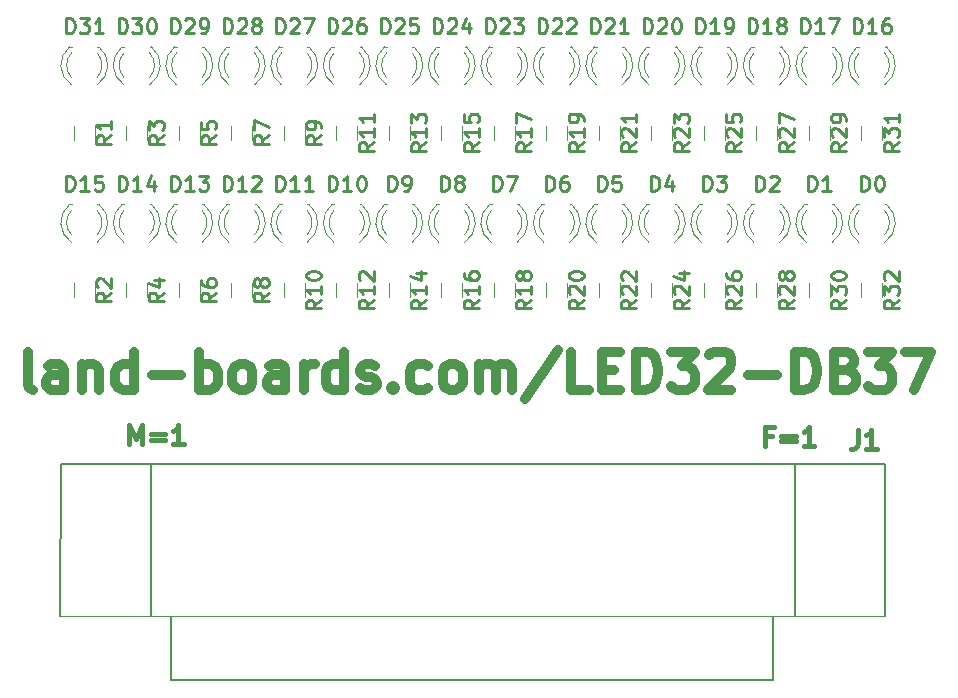
<source format=gbr>
%TF.GenerationSoftware,KiCad,Pcbnew,(6.0.1)*%
%TF.CreationDate,2022-06-22T13:59:59-04:00*%
%TF.ProjectId,LED32-DB37,4c454433-322d-4444-9233-372e6b696361,X1*%
%TF.SameCoordinates,Original*%
%TF.FileFunction,Legend,Top*%
%TF.FilePolarity,Positive*%
%FSLAX46Y46*%
G04 Gerber Fmt 4.6, Leading zero omitted, Abs format (unit mm)*
G04 Created by KiCad (PCBNEW (6.0.1)) date 2022-06-22 13:59:59*
%MOMM*%
%LPD*%
G01*
G04 APERTURE LIST*
%ADD10C,0.396875*%
%ADD11C,0.812500*%
%ADD12C,0.381000*%
%ADD13C,0.254000*%
%ADD14C,0.100000*%
%ADD15C,0.150000*%
%ADD16C,0.120000*%
G04 APERTURE END LIST*
D10*
X129943111Y-75832607D02*
X129413944Y-75832607D01*
X129413944Y-76664154D02*
X129413944Y-75076654D01*
X130169897Y-75076654D01*
X130774659Y-75832607D02*
X131984183Y-75832607D01*
X131984183Y-76286178D02*
X130774659Y-76286178D01*
X133571683Y-76664154D02*
X132664540Y-76664154D01*
X133118111Y-76664154D02*
X133118111Y-75076654D01*
X132966921Y-75303440D01*
X132815730Y-75454630D01*
X132664540Y-75530226D01*
X75565944Y-76537154D02*
X75565944Y-74949654D01*
X76095111Y-76083583D01*
X76624278Y-74949654D01*
X76624278Y-76537154D01*
X77380230Y-75705607D02*
X78589754Y-75705607D01*
X78589754Y-76159178D02*
X77380230Y-76159178D01*
X80177254Y-76537154D02*
X79270111Y-76537154D01*
X79723683Y-76537154D02*
X79723683Y-74949654D01*
X79572492Y-75176440D01*
X79421302Y-75327630D01*
X79270111Y-75403226D01*
D11*
X67421857Y-71955238D02*
X67112333Y-71800476D01*
X66957571Y-71490952D01*
X66957571Y-68705238D01*
X70052809Y-71955238D02*
X70052809Y-70252857D01*
X69898047Y-69943333D01*
X69588523Y-69788571D01*
X68969476Y-69788571D01*
X68659952Y-69943333D01*
X70052809Y-71800476D02*
X69743285Y-71955238D01*
X68969476Y-71955238D01*
X68659952Y-71800476D01*
X68505190Y-71490952D01*
X68505190Y-71181428D01*
X68659952Y-70871904D01*
X68969476Y-70717142D01*
X69743285Y-70717142D01*
X70052809Y-70562380D01*
X71600428Y-69788571D02*
X71600428Y-71955238D01*
X71600428Y-70098095D02*
X71755190Y-69943333D01*
X72064714Y-69788571D01*
X72528999Y-69788571D01*
X72838523Y-69943333D01*
X72993285Y-70252857D01*
X72993285Y-71955238D01*
X75933761Y-71955238D02*
X75933761Y-68705238D01*
X75933761Y-71800476D02*
X75624238Y-71955238D01*
X75005190Y-71955238D01*
X74695666Y-71800476D01*
X74540904Y-71645714D01*
X74386142Y-71336190D01*
X74386142Y-70407619D01*
X74540904Y-70098095D01*
X74695666Y-69943333D01*
X75005190Y-69788571D01*
X75624238Y-69788571D01*
X75933761Y-69943333D01*
X77481380Y-70717142D02*
X79957571Y-70717142D01*
X81505190Y-71955238D02*
X81505190Y-68705238D01*
X81505190Y-69943333D02*
X81814714Y-69788571D01*
X82433761Y-69788571D01*
X82743285Y-69943333D01*
X82898047Y-70098095D01*
X83052809Y-70407619D01*
X83052809Y-71336190D01*
X82898047Y-71645714D01*
X82743285Y-71800476D01*
X82433761Y-71955238D01*
X81814714Y-71955238D01*
X81505190Y-71800476D01*
X84909952Y-71955238D02*
X84600428Y-71800476D01*
X84445666Y-71645714D01*
X84290904Y-71336190D01*
X84290904Y-70407619D01*
X84445666Y-70098095D01*
X84600428Y-69943333D01*
X84909952Y-69788571D01*
X85374238Y-69788571D01*
X85683761Y-69943333D01*
X85838523Y-70098095D01*
X85993285Y-70407619D01*
X85993285Y-71336190D01*
X85838523Y-71645714D01*
X85683761Y-71800476D01*
X85374238Y-71955238D01*
X84909952Y-71955238D01*
X88779000Y-71955238D02*
X88779000Y-70252857D01*
X88624238Y-69943333D01*
X88314714Y-69788571D01*
X87695666Y-69788571D01*
X87386142Y-69943333D01*
X88779000Y-71800476D02*
X88469476Y-71955238D01*
X87695666Y-71955238D01*
X87386142Y-71800476D01*
X87231380Y-71490952D01*
X87231380Y-71181428D01*
X87386142Y-70871904D01*
X87695666Y-70717142D01*
X88469476Y-70717142D01*
X88779000Y-70562380D01*
X90326619Y-71955238D02*
X90326619Y-69788571D01*
X90326619Y-70407619D02*
X90481380Y-70098095D01*
X90636142Y-69943333D01*
X90945666Y-69788571D01*
X91255190Y-69788571D01*
X93731380Y-71955238D02*
X93731380Y-68705238D01*
X93731380Y-71800476D02*
X93421857Y-71955238D01*
X92802809Y-71955238D01*
X92493285Y-71800476D01*
X92338523Y-71645714D01*
X92183761Y-71336190D01*
X92183761Y-70407619D01*
X92338523Y-70098095D01*
X92493285Y-69943333D01*
X92802809Y-69788571D01*
X93421857Y-69788571D01*
X93731380Y-69943333D01*
X95124238Y-71800476D02*
X95433761Y-71955238D01*
X96052809Y-71955238D01*
X96362333Y-71800476D01*
X96517095Y-71490952D01*
X96517095Y-71336190D01*
X96362333Y-71026666D01*
X96052809Y-70871904D01*
X95588523Y-70871904D01*
X95278999Y-70717142D01*
X95124238Y-70407619D01*
X95124238Y-70252857D01*
X95278999Y-69943333D01*
X95588523Y-69788571D01*
X96052809Y-69788571D01*
X96362333Y-69943333D01*
X97909952Y-71645714D02*
X98064714Y-71800476D01*
X97909952Y-71955238D01*
X97755190Y-71800476D01*
X97909952Y-71645714D01*
X97909952Y-71955238D01*
X100850428Y-71800476D02*
X100540904Y-71955238D01*
X99921857Y-71955238D01*
X99612333Y-71800476D01*
X99457571Y-71645714D01*
X99302809Y-71336190D01*
X99302809Y-70407619D01*
X99457571Y-70098095D01*
X99612333Y-69943333D01*
X99921857Y-69788571D01*
X100540904Y-69788571D01*
X100850428Y-69943333D01*
X102707571Y-71955238D02*
X102398047Y-71800476D01*
X102243285Y-71645714D01*
X102088523Y-71336190D01*
X102088523Y-70407619D01*
X102243285Y-70098095D01*
X102398047Y-69943333D01*
X102707571Y-69788571D01*
X103171857Y-69788571D01*
X103481380Y-69943333D01*
X103636142Y-70098095D01*
X103790904Y-70407619D01*
X103790904Y-71336190D01*
X103636142Y-71645714D01*
X103481380Y-71800476D01*
X103171857Y-71955238D01*
X102707571Y-71955238D01*
X105183761Y-71955238D02*
X105183761Y-69788571D01*
X105183761Y-70098095D02*
X105338523Y-69943333D01*
X105648047Y-69788571D01*
X106112333Y-69788571D01*
X106421857Y-69943333D01*
X106576619Y-70252857D01*
X106576619Y-71955238D01*
X106576619Y-70252857D02*
X106731380Y-69943333D01*
X107040904Y-69788571D01*
X107505190Y-69788571D01*
X107814714Y-69943333D01*
X107969476Y-70252857D01*
X107969476Y-71955238D01*
X111838523Y-68550476D02*
X109052809Y-72729047D01*
X114469476Y-71955238D02*
X112921857Y-71955238D01*
X112921857Y-68705238D01*
X115552809Y-70252857D02*
X116636142Y-70252857D01*
X117100428Y-71955238D02*
X115552809Y-71955238D01*
X115552809Y-68705238D01*
X117100428Y-68705238D01*
X118493285Y-71955238D02*
X118493285Y-68705238D01*
X119267095Y-68705238D01*
X119731380Y-68860000D01*
X120040904Y-69169523D01*
X120195666Y-69479047D01*
X120350428Y-70098095D01*
X120350428Y-70562380D01*
X120195666Y-71181428D01*
X120040904Y-71490952D01*
X119731380Y-71800476D01*
X119267095Y-71955238D01*
X118493285Y-71955238D01*
X121433761Y-68705238D02*
X123445666Y-68705238D01*
X122362333Y-69943333D01*
X122826619Y-69943333D01*
X123136142Y-70098095D01*
X123290904Y-70252857D01*
X123445666Y-70562380D01*
X123445666Y-71336190D01*
X123290904Y-71645714D01*
X123136142Y-71800476D01*
X122826619Y-71955238D01*
X121898047Y-71955238D01*
X121588523Y-71800476D01*
X121433761Y-71645714D01*
X124683761Y-69014761D02*
X124838523Y-68860000D01*
X125148047Y-68705238D01*
X125921857Y-68705238D01*
X126231380Y-68860000D01*
X126386142Y-69014761D01*
X126540904Y-69324285D01*
X126540904Y-69633809D01*
X126386142Y-70098095D01*
X124529000Y-71955238D01*
X126540904Y-71955238D01*
X127933761Y-70717142D02*
X130409952Y-70717142D01*
X131957571Y-71955238D02*
X131957571Y-68705238D01*
X132731380Y-68705238D01*
X133195666Y-68860000D01*
X133505190Y-69169523D01*
X133659952Y-69479047D01*
X133814714Y-70098095D01*
X133814714Y-70562380D01*
X133659952Y-71181428D01*
X133505190Y-71490952D01*
X133195666Y-71800476D01*
X132731380Y-71955238D01*
X131957571Y-71955238D01*
X136290904Y-70252857D02*
X136755190Y-70407619D01*
X136909952Y-70562380D01*
X137064714Y-70871904D01*
X137064714Y-71336190D01*
X136909952Y-71645714D01*
X136755190Y-71800476D01*
X136445666Y-71955238D01*
X135207571Y-71955238D01*
X135207571Y-68705238D01*
X136290904Y-68705238D01*
X136600428Y-68860000D01*
X136755190Y-69014761D01*
X136909952Y-69324285D01*
X136909952Y-69633809D01*
X136755190Y-69943333D01*
X136600428Y-70098095D01*
X136290904Y-70252857D01*
X135207571Y-70252857D01*
X138148047Y-68705238D02*
X140159952Y-68705238D01*
X139076619Y-69943333D01*
X139540904Y-69943333D01*
X139850428Y-70098095D01*
X140005190Y-70252857D01*
X140159952Y-70562380D01*
X140159952Y-71336190D01*
X140005190Y-71645714D01*
X139850428Y-71800476D01*
X139540904Y-71955238D01*
X138612333Y-71955238D01*
X138302809Y-71800476D01*
X138148047Y-71645714D01*
X141243285Y-68705238D02*
X143409952Y-68705238D01*
X142017095Y-71955238D01*
D12*
%TO.C,J1*%
X137265833Y-75330654D02*
X137265833Y-76464583D01*
X137190238Y-76691369D01*
X137039047Y-76842559D01*
X136812261Y-76918154D01*
X136661071Y-76918154D01*
X138853333Y-76918154D02*
X137946190Y-76918154D01*
X138399761Y-76918154D02*
X138399761Y-75330654D01*
X138248571Y-75557440D01*
X138097380Y-75708630D01*
X137946190Y-75784226D01*
D13*
%TO.C,D23*%
X105772857Y-41754523D02*
X105772857Y-40484523D01*
X106075238Y-40484523D01*
X106256666Y-40545000D01*
X106377619Y-40665952D01*
X106438095Y-40786904D01*
X106498571Y-41028809D01*
X106498571Y-41210238D01*
X106438095Y-41452142D01*
X106377619Y-41573095D01*
X106256666Y-41694047D01*
X106075238Y-41754523D01*
X105772857Y-41754523D01*
X106982380Y-40605476D02*
X107042857Y-40545000D01*
X107163809Y-40484523D01*
X107466190Y-40484523D01*
X107587142Y-40545000D01*
X107647619Y-40605476D01*
X107708095Y-40726428D01*
X107708095Y-40847380D01*
X107647619Y-41028809D01*
X106921904Y-41754523D01*
X107708095Y-41754523D01*
X108131428Y-40484523D02*
X108917619Y-40484523D01*
X108494285Y-40968333D01*
X108675714Y-40968333D01*
X108796666Y-41028809D01*
X108857142Y-41089285D01*
X108917619Y-41210238D01*
X108917619Y-41512619D01*
X108857142Y-41633571D01*
X108796666Y-41694047D01*
X108675714Y-41754523D01*
X108312857Y-41754523D01*
X108191904Y-41694047D01*
X108131428Y-41633571D01*
%TO.C,D7*%
X106377619Y-55089523D02*
X106377619Y-53819523D01*
X106680000Y-53819523D01*
X106861428Y-53880000D01*
X106982380Y-54000952D01*
X107042857Y-54121904D01*
X107103333Y-54363809D01*
X107103333Y-54545238D01*
X107042857Y-54787142D01*
X106982380Y-54908095D01*
X106861428Y-55029047D01*
X106680000Y-55089523D01*
X106377619Y-55089523D01*
X107526666Y-53819523D02*
X108373333Y-53819523D01*
X107829047Y-55089523D01*
%TO.C,D22*%
X110217857Y-41754523D02*
X110217857Y-40484523D01*
X110520238Y-40484523D01*
X110701666Y-40545000D01*
X110822619Y-40665952D01*
X110883095Y-40786904D01*
X110943571Y-41028809D01*
X110943571Y-41210238D01*
X110883095Y-41452142D01*
X110822619Y-41573095D01*
X110701666Y-41694047D01*
X110520238Y-41754523D01*
X110217857Y-41754523D01*
X111427380Y-40605476D02*
X111487857Y-40545000D01*
X111608809Y-40484523D01*
X111911190Y-40484523D01*
X112032142Y-40545000D01*
X112092619Y-40605476D01*
X112153095Y-40726428D01*
X112153095Y-40847380D01*
X112092619Y-41028809D01*
X111366904Y-41754523D01*
X112153095Y-41754523D01*
X112636904Y-40605476D02*
X112697380Y-40545000D01*
X112818333Y-40484523D01*
X113120714Y-40484523D01*
X113241666Y-40545000D01*
X113302142Y-40605476D01*
X113362619Y-40726428D01*
X113362619Y-40847380D01*
X113302142Y-41028809D01*
X112576428Y-41754523D01*
X113362619Y-41754523D01*
%TO.C,D6*%
X110822619Y-55089523D02*
X110822619Y-53819523D01*
X111125000Y-53819523D01*
X111306428Y-53880000D01*
X111427380Y-54000952D01*
X111487857Y-54121904D01*
X111548333Y-54363809D01*
X111548333Y-54545238D01*
X111487857Y-54787142D01*
X111427380Y-54908095D01*
X111306428Y-55029047D01*
X111125000Y-55089523D01*
X110822619Y-55089523D01*
X112636904Y-53819523D02*
X112395000Y-53819523D01*
X112274047Y-53880000D01*
X112213571Y-53940476D01*
X112092619Y-54121904D01*
X112032142Y-54363809D01*
X112032142Y-54847619D01*
X112092619Y-54968571D01*
X112153095Y-55029047D01*
X112274047Y-55089523D01*
X112515952Y-55089523D01*
X112636904Y-55029047D01*
X112697380Y-54968571D01*
X112757857Y-54847619D01*
X112757857Y-54545238D01*
X112697380Y-54424285D01*
X112636904Y-54363809D01*
X112515952Y-54303333D01*
X112274047Y-54303333D01*
X112153095Y-54363809D01*
X112092619Y-54424285D01*
X112032142Y-54545238D01*
%TO.C,D21*%
X114662857Y-41754523D02*
X114662857Y-40484523D01*
X114965238Y-40484523D01*
X115146666Y-40545000D01*
X115267619Y-40665952D01*
X115328095Y-40786904D01*
X115388571Y-41028809D01*
X115388571Y-41210238D01*
X115328095Y-41452142D01*
X115267619Y-41573095D01*
X115146666Y-41694047D01*
X114965238Y-41754523D01*
X114662857Y-41754523D01*
X115872380Y-40605476D02*
X115932857Y-40545000D01*
X116053809Y-40484523D01*
X116356190Y-40484523D01*
X116477142Y-40545000D01*
X116537619Y-40605476D01*
X116598095Y-40726428D01*
X116598095Y-40847380D01*
X116537619Y-41028809D01*
X115811904Y-41754523D01*
X116598095Y-41754523D01*
X117807619Y-41754523D02*
X117081904Y-41754523D01*
X117444761Y-41754523D02*
X117444761Y-40484523D01*
X117323809Y-40665952D01*
X117202857Y-40786904D01*
X117081904Y-40847380D01*
%TO.C,D5*%
X115267619Y-55089523D02*
X115267619Y-53819523D01*
X115570000Y-53819523D01*
X115751428Y-53880000D01*
X115872380Y-54000952D01*
X115932857Y-54121904D01*
X115993333Y-54363809D01*
X115993333Y-54545238D01*
X115932857Y-54787142D01*
X115872380Y-54908095D01*
X115751428Y-55029047D01*
X115570000Y-55089523D01*
X115267619Y-55089523D01*
X117142380Y-53819523D02*
X116537619Y-53819523D01*
X116477142Y-54424285D01*
X116537619Y-54363809D01*
X116658571Y-54303333D01*
X116960952Y-54303333D01*
X117081904Y-54363809D01*
X117142380Y-54424285D01*
X117202857Y-54545238D01*
X117202857Y-54847619D01*
X117142380Y-54968571D01*
X117081904Y-55029047D01*
X116960952Y-55089523D01*
X116658571Y-55089523D01*
X116537619Y-55029047D01*
X116477142Y-54968571D01*
%TO.C,D20*%
X119107857Y-41754523D02*
X119107857Y-40484523D01*
X119410238Y-40484523D01*
X119591666Y-40545000D01*
X119712619Y-40665952D01*
X119773095Y-40786904D01*
X119833571Y-41028809D01*
X119833571Y-41210238D01*
X119773095Y-41452142D01*
X119712619Y-41573095D01*
X119591666Y-41694047D01*
X119410238Y-41754523D01*
X119107857Y-41754523D01*
X120317380Y-40605476D02*
X120377857Y-40545000D01*
X120498809Y-40484523D01*
X120801190Y-40484523D01*
X120922142Y-40545000D01*
X120982619Y-40605476D01*
X121043095Y-40726428D01*
X121043095Y-40847380D01*
X120982619Y-41028809D01*
X120256904Y-41754523D01*
X121043095Y-41754523D01*
X121829285Y-40484523D02*
X121950238Y-40484523D01*
X122071190Y-40545000D01*
X122131666Y-40605476D01*
X122192142Y-40726428D01*
X122252619Y-40968333D01*
X122252619Y-41270714D01*
X122192142Y-41512619D01*
X122131666Y-41633571D01*
X122071190Y-41694047D01*
X121950238Y-41754523D01*
X121829285Y-41754523D01*
X121708333Y-41694047D01*
X121647857Y-41633571D01*
X121587380Y-41512619D01*
X121526904Y-41270714D01*
X121526904Y-40968333D01*
X121587380Y-40726428D01*
X121647857Y-40605476D01*
X121708333Y-40545000D01*
X121829285Y-40484523D01*
%TO.C,D4*%
X119712619Y-55089523D02*
X119712619Y-53819523D01*
X120015000Y-53819523D01*
X120196428Y-53880000D01*
X120317380Y-54000952D01*
X120377857Y-54121904D01*
X120438333Y-54363809D01*
X120438333Y-54545238D01*
X120377857Y-54787142D01*
X120317380Y-54908095D01*
X120196428Y-55029047D01*
X120015000Y-55089523D01*
X119712619Y-55089523D01*
X121526904Y-54242857D02*
X121526904Y-55089523D01*
X121224523Y-53759047D02*
X120922142Y-54666190D01*
X121708333Y-54666190D01*
%TO.C,D19*%
X123552857Y-41754523D02*
X123552857Y-40484523D01*
X123855238Y-40484523D01*
X124036666Y-40545000D01*
X124157619Y-40665952D01*
X124218095Y-40786904D01*
X124278571Y-41028809D01*
X124278571Y-41210238D01*
X124218095Y-41452142D01*
X124157619Y-41573095D01*
X124036666Y-41694047D01*
X123855238Y-41754523D01*
X123552857Y-41754523D01*
X125488095Y-41754523D02*
X124762380Y-41754523D01*
X125125238Y-41754523D02*
X125125238Y-40484523D01*
X125004285Y-40665952D01*
X124883333Y-40786904D01*
X124762380Y-40847380D01*
X126092857Y-41754523D02*
X126334761Y-41754523D01*
X126455714Y-41694047D01*
X126516190Y-41633571D01*
X126637142Y-41452142D01*
X126697619Y-41210238D01*
X126697619Y-40726428D01*
X126637142Y-40605476D01*
X126576666Y-40545000D01*
X126455714Y-40484523D01*
X126213809Y-40484523D01*
X126092857Y-40545000D01*
X126032380Y-40605476D01*
X125971904Y-40726428D01*
X125971904Y-41028809D01*
X126032380Y-41149761D01*
X126092857Y-41210238D01*
X126213809Y-41270714D01*
X126455714Y-41270714D01*
X126576666Y-41210238D01*
X126637142Y-41149761D01*
X126697619Y-41028809D01*
%TO.C,D3*%
X124157619Y-55089523D02*
X124157619Y-53819523D01*
X124460000Y-53819523D01*
X124641428Y-53880000D01*
X124762380Y-54000952D01*
X124822857Y-54121904D01*
X124883333Y-54363809D01*
X124883333Y-54545238D01*
X124822857Y-54787142D01*
X124762380Y-54908095D01*
X124641428Y-55029047D01*
X124460000Y-55089523D01*
X124157619Y-55089523D01*
X125306666Y-53819523D02*
X126092857Y-53819523D01*
X125669523Y-54303333D01*
X125850952Y-54303333D01*
X125971904Y-54363809D01*
X126032380Y-54424285D01*
X126092857Y-54545238D01*
X126092857Y-54847619D01*
X126032380Y-54968571D01*
X125971904Y-55029047D01*
X125850952Y-55089523D01*
X125488095Y-55089523D01*
X125367142Y-55029047D01*
X125306666Y-54968571D01*
%TO.C,D18*%
X127997857Y-41754523D02*
X127997857Y-40484523D01*
X128300238Y-40484523D01*
X128481666Y-40545000D01*
X128602619Y-40665952D01*
X128663095Y-40786904D01*
X128723571Y-41028809D01*
X128723571Y-41210238D01*
X128663095Y-41452142D01*
X128602619Y-41573095D01*
X128481666Y-41694047D01*
X128300238Y-41754523D01*
X127997857Y-41754523D01*
X129933095Y-41754523D02*
X129207380Y-41754523D01*
X129570238Y-41754523D02*
X129570238Y-40484523D01*
X129449285Y-40665952D01*
X129328333Y-40786904D01*
X129207380Y-40847380D01*
X130658809Y-41028809D02*
X130537857Y-40968333D01*
X130477380Y-40907857D01*
X130416904Y-40786904D01*
X130416904Y-40726428D01*
X130477380Y-40605476D01*
X130537857Y-40545000D01*
X130658809Y-40484523D01*
X130900714Y-40484523D01*
X131021666Y-40545000D01*
X131082142Y-40605476D01*
X131142619Y-40726428D01*
X131142619Y-40786904D01*
X131082142Y-40907857D01*
X131021666Y-40968333D01*
X130900714Y-41028809D01*
X130658809Y-41028809D01*
X130537857Y-41089285D01*
X130477380Y-41149761D01*
X130416904Y-41270714D01*
X130416904Y-41512619D01*
X130477380Y-41633571D01*
X130537857Y-41694047D01*
X130658809Y-41754523D01*
X130900714Y-41754523D01*
X131021666Y-41694047D01*
X131082142Y-41633571D01*
X131142619Y-41512619D01*
X131142619Y-41270714D01*
X131082142Y-41149761D01*
X131021666Y-41089285D01*
X130900714Y-41028809D01*
%TO.C,D2*%
X128602619Y-55089523D02*
X128602619Y-53819523D01*
X128905000Y-53819523D01*
X129086428Y-53880000D01*
X129207380Y-54000952D01*
X129267857Y-54121904D01*
X129328333Y-54363809D01*
X129328333Y-54545238D01*
X129267857Y-54787142D01*
X129207380Y-54908095D01*
X129086428Y-55029047D01*
X128905000Y-55089523D01*
X128602619Y-55089523D01*
X129812142Y-53940476D02*
X129872619Y-53880000D01*
X129993571Y-53819523D01*
X130295952Y-53819523D01*
X130416904Y-53880000D01*
X130477380Y-53940476D01*
X130537857Y-54061428D01*
X130537857Y-54182380D01*
X130477380Y-54363809D01*
X129751666Y-55089523D01*
X130537857Y-55089523D01*
%TO.C,D17*%
X132442857Y-41754523D02*
X132442857Y-40484523D01*
X132745238Y-40484523D01*
X132926666Y-40545000D01*
X133047619Y-40665952D01*
X133108095Y-40786904D01*
X133168571Y-41028809D01*
X133168571Y-41210238D01*
X133108095Y-41452142D01*
X133047619Y-41573095D01*
X132926666Y-41694047D01*
X132745238Y-41754523D01*
X132442857Y-41754523D01*
X134378095Y-41754523D02*
X133652380Y-41754523D01*
X134015238Y-41754523D02*
X134015238Y-40484523D01*
X133894285Y-40665952D01*
X133773333Y-40786904D01*
X133652380Y-40847380D01*
X134801428Y-40484523D02*
X135648095Y-40484523D01*
X135103809Y-41754523D01*
%TO.C,D1*%
X133047619Y-55089523D02*
X133047619Y-53819523D01*
X133350000Y-53819523D01*
X133531428Y-53880000D01*
X133652380Y-54000952D01*
X133712857Y-54121904D01*
X133773333Y-54363809D01*
X133773333Y-54545238D01*
X133712857Y-54787142D01*
X133652380Y-54908095D01*
X133531428Y-55029047D01*
X133350000Y-55089523D01*
X133047619Y-55089523D01*
X134982857Y-55089523D02*
X134257142Y-55089523D01*
X134620000Y-55089523D02*
X134620000Y-53819523D01*
X134499047Y-54000952D01*
X134378095Y-54121904D01*
X134257142Y-54182380D01*
%TO.C,D16*%
X136887857Y-41754523D02*
X136887857Y-40484523D01*
X137190238Y-40484523D01*
X137371666Y-40545000D01*
X137492619Y-40665952D01*
X137553095Y-40786904D01*
X137613571Y-41028809D01*
X137613571Y-41210238D01*
X137553095Y-41452142D01*
X137492619Y-41573095D01*
X137371666Y-41694047D01*
X137190238Y-41754523D01*
X136887857Y-41754523D01*
X138823095Y-41754523D02*
X138097380Y-41754523D01*
X138460238Y-41754523D02*
X138460238Y-40484523D01*
X138339285Y-40665952D01*
X138218333Y-40786904D01*
X138097380Y-40847380D01*
X139911666Y-40484523D02*
X139669761Y-40484523D01*
X139548809Y-40545000D01*
X139488333Y-40605476D01*
X139367380Y-40786904D01*
X139306904Y-41028809D01*
X139306904Y-41512619D01*
X139367380Y-41633571D01*
X139427857Y-41694047D01*
X139548809Y-41754523D01*
X139790714Y-41754523D01*
X139911666Y-41694047D01*
X139972142Y-41633571D01*
X140032619Y-41512619D01*
X140032619Y-41210238D01*
X139972142Y-41089285D01*
X139911666Y-41028809D01*
X139790714Y-40968333D01*
X139548809Y-40968333D01*
X139427857Y-41028809D01*
X139367380Y-41089285D01*
X139306904Y-41210238D01*
%TO.C,D0*%
X137492619Y-55089523D02*
X137492619Y-53819523D01*
X137795000Y-53819523D01*
X137976428Y-53880000D01*
X138097380Y-54000952D01*
X138157857Y-54121904D01*
X138218333Y-54363809D01*
X138218333Y-54545238D01*
X138157857Y-54787142D01*
X138097380Y-54908095D01*
X137976428Y-55029047D01*
X137795000Y-55089523D01*
X137492619Y-55089523D01*
X139004523Y-53819523D02*
X139125476Y-53819523D01*
X139246428Y-53880000D01*
X139306904Y-53940476D01*
X139367380Y-54061428D01*
X139427857Y-54303333D01*
X139427857Y-54605714D01*
X139367380Y-54847619D01*
X139306904Y-54968571D01*
X139246428Y-55029047D01*
X139125476Y-55089523D01*
X139004523Y-55089523D01*
X138883571Y-55029047D01*
X138823095Y-54968571D01*
X138762619Y-54847619D01*
X138702142Y-54605714D01*
X138702142Y-54303333D01*
X138762619Y-54061428D01*
X138823095Y-53940476D01*
X138883571Y-53880000D01*
X139004523Y-53819523D01*
%TO.C,R1*%
X74029523Y-50376666D02*
X73424761Y-50800000D01*
X74029523Y-51102380D02*
X72759523Y-51102380D01*
X72759523Y-50618571D01*
X72820000Y-50497619D01*
X72880476Y-50437142D01*
X73001428Y-50376666D01*
X73182857Y-50376666D01*
X73303809Y-50437142D01*
X73364285Y-50497619D01*
X73424761Y-50618571D01*
X73424761Y-51102380D01*
X74029523Y-49167142D02*
X74029523Y-49892857D01*
X74029523Y-49530000D02*
X72759523Y-49530000D01*
X72940952Y-49650952D01*
X73061904Y-49771904D01*
X73122380Y-49892857D01*
%TO.C,R2*%
X74029523Y-63711666D02*
X73424761Y-64135000D01*
X74029523Y-64437380D02*
X72759523Y-64437380D01*
X72759523Y-63953571D01*
X72820000Y-63832619D01*
X72880476Y-63772142D01*
X73001428Y-63711666D01*
X73182857Y-63711666D01*
X73303809Y-63772142D01*
X73364285Y-63832619D01*
X73424761Y-63953571D01*
X73424761Y-64437380D01*
X72880476Y-63227857D02*
X72820000Y-63167380D01*
X72759523Y-63046428D01*
X72759523Y-62744047D01*
X72820000Y-62623095D01*
X72880476Y-62562619D01*
X73001428Y-62502142D01*
X73122380Y-62502142D01*
X73303809Y-62562619D01*
X74029523Y-63288333D01*
X74029523Y-62502142D01*
%TO.C,R3*%
X78474523Y-50376666D02*
X77869761Y-50800000D01*
X78474523Y-51102380D02*
X77204523Y-51102380D01*
X77204523Y-50618571D01*
X77265000Y-50497619D01*
X77325476Y-50437142D01*
X77446428Y-50376666D01*
X77627857Y-50376666D01*
X77748809Y-50437142D01*
X77809285Y-50497619D01*
X77869761Y-50618571D01*
X77869761Y-51102380D01*
X77204523Y-49953333D02*
X77204523Y-49167142D01*
X77688333Y-49590476D01*
X77688333Y-49409047D01*
X77748809Y-49288095D01*
X77809285Y-49227619D01*
X77930238Y-49167142D01*
X78232619Y-49167142D01*
X78353571Y-49227619D01*
X78414047Y-49288095D01*
X78474523Y-49409047D01*
X78474523Y-49771904D01*
X78414047Y-49892857D01*
X78353571Y-49953333D01*
%TO.C,R4*%
X78474523Y-63711666D02*
X77869761Y-64135000D01*
X78474523Y-64437380D02*
X77204523Y-64437380D01*
X77204523Y-63953571D01*
X77265000Y-63832619D01*
X77325476Y-63772142D01*
X77446428Y-63711666D01*
X77627857Y-63711666D01*
X77748809Y-63772142D01*
X77809285Y-63832619D01*
X77869761Y-63953571D01*
X77869761Y-64437380D01*
X77627857Y-62623095D02*
X78474523Y-62623095D01*
X77144047Y-62925476D02*
X78051190Y-63227857D01*
X78051190Y-62441666D01*
%TO.C,R5*%
X82919523Y-50376666D02*
X82314761Y-50800000D01*
X82919523Y-51102380D02*
X81649523Y-51102380D01*
X81649523Y-50618571D01*
X81710000Y-50497619D01*
X81770476Y-50437142D01*
X81891428Y-50376666D01*
X82072857Y-50376666D01*
X82193809Y-50437142D01*
X82254285Y-50497619D01*
X82314761Y-50618571D01*
X82314761Y-51102380D01*
X81649523Y-49227619D02*
X81649523Y-49832380D01*
X82254285Y-49892857D01*
X82193809Y-49832380D01*
X82133333Y-49711428D01*
X82133333Y-49409047D01*
X82193809Y-49288095D01*
X82254285Y-49227619D01*
X82375238Y-49167142D01*
X82677619Y-49167142D01*
X82798571Y-49227619D01*
X82859047Y-49288095D01*
X82919523Y-49409047D01*
X82919523Y-49711428D01*
X82859047Y-49832380D01*
X82798571Y-49892857D01*
%TO.C,R6*%
X82919523Y-63711666D02*
X82314761Y-64135000D01*
X82919523Y-64437380D02*
X81649523Y-64437380D01*
X81649523Y-63953571D01*
X81710000Y-63832619D01*
X81770476Y-63772142D01*
X81891428Y-63711666D01*
X82072857Y-63711666D01*
X82193809Y-63772142D01*
X82254285Y-63832619D01*
X82314761Y-63953571D01*
X82314761Y-64437380D01*
X81649523Y-62623095D02*
X81649523Y-62865000D01*
X81710000Y-62985952D01*
X81770476Y-63046428D01*
X81951904Y-63167380D01*
X82193809Y-63227857D01*
X82677619Y-63227857D01*
X82798571Y-63167380D01*
X82859047Y-63106904D01*
X82919523Y-62985952D01*
X82919523Y-62744047D01*
X82859047Y-62623095D01*
X82798571Y-62562619D01*
X82677619Y-62502142D01*
X82375238Y-62502142D01*
X82254285Y-62562619D01*
X82193809Y-62623095D01*
X82133333Y-62744047D01*
X82133333Y-62985952D01*
X82193809Y-63106904D01*
X82254285Y-63167380D01*
X82375238Y-63227857D01*
%TO.C,R7*%
X87364523Y-50376666D02*
X86759761Y-50800000D01*
X87364523Y-51102380D02*
X86094523Y-51102380D01*
X86094523Y-50618571D01*
X86155000Y-50497619D01*
X86215476Y-50437142D01*
X86336428Y-50376666D01*
X86517857Y-50376666D01*
X86638809Y-50437142D01*
X86699285Y-50497619D01*
X86759761Y-50618571D01*
X86759761Y-51102380D01*
X86094523Y-49953333D02*
X86094523Y-49106666D01*
X87364523Y-49650952D01*
%TO.C,R8*%
X87364523Y-63711666D02*
X86759761Y-64135000D01*
X87364523Y-64437380D02*
X86094523Y-64437380D01*
X86094523Y-63953571D01*
X86155000Y-63832619D01*
X86215476Y-63772142D01*
X86336428Y-63711666D01*
X86517857Y-63711666D01*
X86638809Y-63772142D01*
X86699285Y-63832619D01*
X86759761Y-63953571D01*
X86759761Y-64437380D01*
X86638809Y-62985952D02*
X86578333Y-63106904D01*
X86517857Y-63167380D01*
X86396904Y-63227857D01*
X86336428Y-63227857D01*
X86215476Y-63167380D01*
X86155000Y-63106904D01*
X86094523Y-62985952D01*
X86094523Y-62744047D01*
X86155000Y-62623095D01*
X86215476Y-62562619D01*
X86336428Y-62502142D01*
X86396904Y-62502142D01*
X86517857Y-62562619D01*
X86578333Y-62623095D01*
X86638809Y-62744047D01*
X86638809Y-62985952D01*
X86699285Y-63106904D01*
X86759761Y-63167380D01*
X86880714Y-63227857D01*
X87122619Y-63227857D01*
X87243571Y-63167380D01*
X87304047Y-63106904D01*
X87364523Y-62985952D01*
X87364523Y-62744047D01*
X87304047Y-62623095D01*
X87243571Y-62562619D01*
X87122619Y-62502142D01*
X86880714Y-62502142D01*
X86759761Y-62562619D01*
X86699285Y-62623095D01*
X86638809Y-62744047D01*
%TO.C,R9*%
X91809523Y-50376666D02*
X91204761Y-50800000D01*
X91809523Y-51102380D02*
X90539523Y-51102380D01*
X90539523Y-50618571D01*
X90600000Y-50497619D01*
X90660476Y-50437142D01*
X90781428Y-50376666D01*
X90962857Y-50376666D01*
X91083809Y-50437142D01*
X91144285Y-50497619D01*
X91204761Y-50618571D01*
X91204761Y-51102380D01*
X91809523Y-49771904D02*
X91809523Y-49530000D01*
X91749047Y-49409047D01*
X91688571Y-49348571D01*
X91507142Y-49227619D01*
X91265238Y-49167142D01*
X90781428Y-49167142D01*
X90660476Y-49227619D01*
X90600000Y-49288095D01*
X90539523Y-49409047D01*
X90539523Y-49650952D01*
X90600000Y-49771904D01*
X90660476Y-49832380D01*
X90781428Y-49892857D01*
X91083809Y-49892857D01*
X91204761Y-49832380D01*
X91265238Y-49771904D01*
X91325714Y-49650952D01*
X91325714Y-49409047D01*
X91265238Y-49288095D01*
X91204761Y-49227619D01*
X91083809Y-49167142D01*
%TO.C,R10*%
X91809523Y-64316428D02*
X91204761Y-64739761D01*
X91809523Y-65042142D02*
X90539523Y-65042142D01*
X90539523Y-64558333D01*
X90600000Y-64437380D01*
X90660476Y-64376904D01*
X90781428Y-64316428D01*
X90962857Y-64316428D01*
X91083809Y-64376904D01*
X91144285Y-64437380D01*
X91204761Y-64558333D01*
X91204761Y-65042142D01*
X91809523Y-63106904D02*
X91809523Y-63832619D01*
X91809523Y-63469761D02*
X90539523Y-63469761D01*
X90720952Y-63590714D01*
X90841904Y-63711666D01*
X90902380Y-63832619D01*
X90539523Y-62320714D02*
X90539523Y-62199761D01*
X90600000Y-62078809D01*
X90660476Y-62018333D01*
X90781428Y-61957857D01*
X91023333Y-61897380D01*
X91325714Y-61897380D01*
X91567619Y-61957857D01*
X91688571Y-62018333D01*
X91749047Y-62078809D01*
X91809523Y-62199761D01*
X91809523Y-62320714D01*
X91749047Y-62441666D01*
X91688571Y-62502142D01*
X91567619Y-62562619D01*
X91325714Y-62623095D01*
X91023333Y-62623095D01*
X90781428Y-62562619D01*
X90660476Y-62502142D01*
X90600000Y-62441666D01*
X90539523Y-62320714D01*
%TO.C,R11*%
X96254523Y-50981428D02*
X95649761Y-51404761D01*
X96254523Y-51707142D02*
X94984523Y-51707142D01*
X94984523Y-51223333D01*
X95045000Y-51102380D01*
X95105476Y-51041904D01*
X95226428Y-50981428D01*
X95407857Y-50981428D01*
X95528809Y-51041904D01*
X95589285Y-51102380D01*
X95649761Y-51223333D01*
X95649761Y-51707142D01*
X96254523Y-49771904D02*
X96254523Y-50497619D01*
X96254523Y-50134761D02*
X94984523Y-50134761D01*
X95165952Y-50255714D01*
X95286904Y-50376666D01*
X95347380Y-50497619D01*
X96254523Y-48562380D02*
X96254523Y-49288095D01*
X96254523Y-48925238D02*
X94984523Y-48925238D01*
X95165952Y-49046190D01*
X95286904Y-49167142D01*
X95347380Y-49288095D01*
%TO.C,R12*%
X96254523Y-64316428D02*
X95649761Y-64739761D01*
X96254523Y-65042142D02*
X94984523Y-65042142D01*
X94984523Y-64558333D01*
X95045000Y-64437380D01*
X95105476Y-64376904D01*
X95226428Y-64316428D01*
X95407857Y-64316428D01*
X95528809Y-64376904D01*
X95589285Y-64437380D01*
X95649761Y-64558333D01*
X95649761Y-65042142D01*
X96254523Y-63106904D02*
X96254523Y-63832619D01*
X96254523Y-63469761D02*
X94984523Y-63469761D01*
X95165952Y-63590714D01*
X95286904Y-63711666D01*
X95347380Y-63832619D01*
X95105476Y-62623095D02*
X95045000Y-62562619D01*
X94984523Y-62441666D01*
X94984523Y-62139285D01*
X95045000Y-62018333D01*
X95105476Y-61957857D01*
X95226428Y-61897380D01*
X95347380Y-61897380D01*
X95528809Y-61957857D01*
X96254523Y-62683571D01*
X96254523Y-61897380D01*
%TO.C,R13*%
X100699523Y-50981428D02*
X100094761Y-51404761D01*
X100699523Y-51707142D02*
X99429523Y-51707142D01*
X99429523Y-51223333D01*
X99490000Y-51102380D01*
X99550476Y-51041904D01*
X99671428Y-50981428D01*
X99852857Y-50981428D01*
X99973809Y-51041904D01*
X100034285Y-51102380D01*
X100094761Y-51223333D01*
X100094761Y-51707142D01*
X100699523Y-49771904D02*
X100699523Y-50497619D01*
X100699523Y-50134761D02*
X99429523Y-50134761D01*
X99610952Y-50255714D01*
X99731904Y-50376666D01*
X99792380Y-50497619D01*
X99429523Y-49348571D02*
X99429523Y-48562380D01*
X99913333Y-48985714D01*
X99913333Y-48804285D01*
X99973809Y-48683333D01*
X100034285Y-48622857D01*
X100155238Y-48562380D01*
X100457619Y-48562380D01*
X100578571Y-48622857D01*
X100639047Y-48683333D01*
X100699523Y-48804285D01*
X100699523Y-49167142D01*
X100639047Y-49288095D01*
X100578571Y-49348571D01*
%TO.C,R14*%
X100699523Y-64316428D02*
X100094761Y-64739761D01*
X100699523Y-65042142D02*
X99429523Y-65042142D01*
X99429523Y-64558333D01*
X99490000Y-64437380D01*
X99550476Y-64376904D01*
X99671428Y-64316428D01*
X99852857Y-64316428D01*
X99973809Y-64376904D01*
X100034285Y-64437380D01*
X100094761Y-64558333D01*
X100094761Y-65042142D01*
X100699523Y-63106904D02*
X100699523Y-63832619D01*
X100699523Y-63469761D02*
X99429523Y-63469761D01*
X99610952Y-63590714D01*
X99731904Y-63711666D01*
X99792380Y-63832619D01*
X99852857Y-62018333D02*
X100699523Y-62018333D01*
X99369047Y-62320714D02*
X100276190Y-62623095D01*
X100276190Y-61836904D01*
%TO.C,R15*%
X105144523Y-50981428D02*
X104539761Y-51404761D01*
X105144523Y-51707142D02*
X103874523Y-51707142D01*
X103874523Y-51223333D01*
X103935000Y-51102380D01*
X103995476Y-51041904D01*
X104116428Y-50981428D01*
X104297857Y-50981428D01*
X104418809Y-51041904D01*
X104479285Y-51102380D01*
X104539761Y-51223333D01*
X104539761Y-51707142D01*
X105144523Y-49771904D02*
X105144523Y-50497619D01*
X105144523Y-50134761D02*
X103874523Y-50134761D01*
X104055952Y-50255714D01*
X104176904Y-50376666D01*
X104237380Y-50497619D01*
X103874523Y-48622857D02*
X103874523Y-49227619D01*
X104479285Y-49288095D01*
X104418809Y-49227619D01*
X104358333Y-49106666D01*
X104358333Y-48804285D01*
X104418809Y-48683333D01*
X104479285Y-48622857D01*
X104600238Y-48562380D01*
X104902619Y-48562380D01*
X105023571Y-48622857D01*
X105084047Y-48683333D01*
X105144523Y-48804285D01*
X105144523Y-49106666D01*
X105084047Y-49227619D01*
X105023571Y-49288095D01*
%TO.C,R16*%
X105144523Y-64316428D02*
X104539761Y-64739761D01*
X105144523Y-65042142D02*
X103874523Y-65042142D01*
X103874523Y-64558333D01*
X103935000Y-64437380D01*
X103995476Y-64376904D01*
X104116428Y-64316428D01*
X104297857Y-64316428D01*
X104418809Y-64376904D01*
X104479285Y-64437380D01*
X104539761Y-64558333D01*
X104539761Y-65042142D01*
X105144523Y-63106904D02*
X105144523Y-63832619D01*
X105144523Y-63469761D02*
X103874523Y-63469761D01*
X104055952Y-63590714D01*
X104176904Y-63711666D01*
X104237380Y-63832619D01*
X103874523Y-62018333D02*
X103874523Y-62260238D01*
X103935000Y-62381190D01*
X103995476Y-62441666D01*
X104176904Y-62562619D01*
X104418809Y-62623095D01*
X104902619Y-62623095D01*
X105023571Y-62562619D01*
X105084047Y-62502142D01*
X105144523Y-62381190D01*
X105144523Y-62139285D01*
X105084047Y-62018333D01*
X105023571Y-61957857D01*
X104902619Y-61897380D01*
X104600238Y-61897380D01*
X104479285Y-61957857D01*
X104418809Y-62018333D01*
X104358333Y-62139285D01*
X104358333Y-62381190D01*
X104418809Y-62502142D01*
X104479285Y-62562619D01*
X104600238Y-62623095D01*
%TO.C,R17*%
X109589523Y-50981428D02*
X108984761Y-51404761D01*
X109589523Y-51707142D02*
X108319523Y-51707142D01*
X108319523Y-51223333D01*
X108380000Y-51102380D01*
X108440476Y-51041904D01*
X108561428Y-50981428D01*
X108742857Y-50981428D01*
X108863809Y-51041904D01*
X108924285Y-51102380D01*
X108984761Y-51223333D01*
X108984761Y-51707142D01*
X109589523Y-49771904D02*
X109589523Y-50497619D01*
X109589523Y-50134761D02*
X108319523Y-50134761D01*
X108500952Y-50255714D01*
X108621904Y-50376666D01*
X108682380Y-50497619D01*
X108319523Y-49348571D02*
X108319523Y-48501904D01*
X109589523Y-49046190D01*
%TO.C,R18*%
X109589523Y-64316428D02*
X108984761Y-64739761D01*
X109589523Y-65042142D02*
X108319523Y-65042142D01*
X108319523Y-64558333D01*
X108380000Y-64437380D01*
X108440476Y-64376904D01*
X108561428Y-64316428D01*
X108742857Y-64316428D01*
X108863809Y-64376904D01*
X108924285Y-64437380D01*
X108984761Y-64558333D01*
X108984761Y-65042142D01*
X109589523Y-63106904D02*
X109589523Y-63832619D01*
X109589523Y-63469761D02*
X108319523Y-63469761D01*
X108500952Y-63590714D01*
X108621904Y-63711666D01*
X108682380Y-63832619D01*
X108863809Y-62381190D02*
X108803333Y-62502142D01*
X108742857Y-62562619D01*
X108621904Y-62623095D01*
X108561428Y-62623095D01*
X108440476Y-62562619D01*
X108380000Y-62502142D01*
X108319523Y-62381190D01*
X108319523Y-62139285D01*
X108380000Y-62018333D01*
X108440476Y-61957857D01*
X108561428Y-61897380D01*
X108621904Y-61897380D01*
X108742857Y-61957857D01*
X108803333Y-62018333D01*
X108863809Y-62139285D01*
X108863809Y-62381190D01*
X108924285Y-62502142D01*
X108984761Y-62562619D01*
X109105714Y-62623095D01*
X109347619Y-62623095D01*
X109468571Y-62562619D01*
X109529047Y-62502142D01*
X109589523Y-62381190D01*
X109589523Y-62139285D01*
X109529047Y-62018333D01*
X109468571Y-61957857D01*
X109347619Y-61897380D01*
X109105714Y-61897380D01*
X108984761Y-61957857D01*
X108924285Y-62018333D01*
X108863809Y-62139285D01*
%TO.C,R19*%
X114034523Y-50981428D02*
X113429761Y-51404761D01*
X114034523Y-51707142D02*
X112764523Y-51707142D01*
X112764523Y-51223333D01*
X112825000Y-51102380D01*
X112885476Y-51041904D01*
X113006428Y-50981428D01*
X113187857Y-50981428D01*
X113308809Y-51041904D01*
X113369285Y-51102380D01*
X113429761Y-51223333D01*
X113429761Y-51707142D01*
X114034523Y-49771904D02*
X114034523Y-50497619D01*
X114034523Y-50134761D02*
X112764523Y-50134761D01*
X112945952Y-50255714D01*
X113066904Y-50376666D01*
X113127380Y-50497619D01*
X114034523Y-49167142D02*
X114034523Y-48925238D01*
X113974047Y-48804285D01*
X113913571Y-48743809D01*
X113732142Y-48622857D01*
X113490238Y-48562380D01*
X113006428Y-48562380D01*
X112885476Y-48622857D01*
X112825000Y-48683333D01*
X112764523Y-48804285D01*
X112764523Y-49046190D01*
X112825000Y-49167142D01*
X112885476Y-49227619D01*
X113006428Y-49288095D01*
X113308809Y-49288095D01*
X113429761Y-49227619D01*
X113490238Y-49167142D01*
X113550714Y-49046190D01*
X113550714Y-48804285D01*
X113490238Y-48683333D01*
X113429761Y-48622857D01*
X113308809Y-48562380D01*
%TO.C,R20*%
X114034523Y-64316428D02*
X113429761Y-64739761D01*
X114034523Y-65042142D02*
X112764523Y-65042142D01*
X112764523Y-64558333D01*
X112825000Y-64437380D01*
X112885476Y-64376904D01*
X113006428Y-64316428D01*
X113187857Y-64316428D01*
X113308809Y-64376904D01*
X113369285Y-64437380D01*
X113429761Y-64558333D01*
X113429761Y-65042142D01*
X112885476Y-63832619D02*
X112825000Y-63772142D01*
X112764523Y-63651190D01*
X112764523Y-63348809D01*
X112825000Y-63227857D01*
X112885476Y-63167380D01*
X113006428Y-63106904D01*
X113127380Y-63106904D01*
X113308809Y-63167380D01*
X114034523Y-63893095D01*
X114034523Y-63106904D01*
X112764523Y-62320714D02*
X112764523Y-62199761D01*
X112825000Y-62078809D01*
X112885476Y-62018333D01*
X113006428Y-61957857D01*
X113248333Y-61897380D01*
X113550714Y-61897380D01*
X113792619Y-61957857D01*
X113913571Y-62018333D01*
X113974047Y-62078809D01*
X114034523Y-62199761D01*
X114034523Y-62320714D01*
X113974047Y-62441666D01*
X113913571Y-62502142D01*
X113792619Y-62562619D01*
X113550714Y-62623095D01*
X113248333Y-62623095D01*
X113006428Y-62562619D01*
X112885476Y-62502142D01*
X112825000Y-62441666D01*
X112764523Y-62320714D01*
%TO.C,R21*%
X118479523Y-50981428D02*
X117874761Y-51404761D01*
X118479523Y-51707142D02*
X117209523Y-51707142D01*
X117209523Y-51223333D01*
X117270000Y-51102380D01*
X117330476Y-51041904D01*
X117451428Y-50981428D01*
X117632857Y-50981428D01*
X117753809Y-51041904D01*
X117814285Y-51102380D01*
X117874761Y-51223333D01*
X117874761Y-51707142D01*
X117330476Y-50497619D02*
X117270000Y-50437142D01*
X117209523Y-50316190D01*
X117209523Y-50013809D01*
X117270000Y-49892857D01*
X117330476Y-49832380D01*
X117451428Y-49771904D01*
X117572380Y-49771904D01*
X117753809Y-49832380D01*
X118479523Y-50558095D01*
X118479523Y-49771904D01*
X118479523Y-48562380D02*
X118479523Y-49288095D01*
X118479523Y-48925238D02*
X117209523Y-48925238D01*
X117390952Y-49046190D01*
X117511904Y-49167142D01*
X117572380Y-49288095D01*
%TO.C,R22*%
X118479523Y-64316428D02*
X117874761Y-64739761D01*
X118479523Y-65042142D02*
X117209523Y-65042142D01*
X117209523Y-64558333D01*
X117270000Y-64437380D01*
X117330476Y-64376904D01*
X117451428Y-64316428D01*
X117632857Y-64316428D01*
X117753809Y-64376904D01*
X117814285Y-64437380D01*
X117874761Y-64558333D01*
X117874761Y-65042142D01*
X117330476Y-63832619D02*
X117270000Y-63772142D01*
X117209523Y-63651190D01*
X117209523Y-63348809D01*
X117270000Y-63227857D01*
X117330476Y-63167380D01*
X117451428Y-63106904D01*
X117572380Y-63106904D01*
X117753809Y-63167380D01*
X118479523Y-63893095D01*
X118479523Y-63106904D01*
X117330476Y-62623095D02*
X117270000Y-62562619D01*
X117209523Y-62441666D01*
X117209523Y-62139285D01*
X117270000Y-62018333D01*
X117330476Y-61957857D01*
X117451428Y-61897380D01*
X117572380Y-61897380D01*
X117753809Y-61957857D01*
X118479523Y-62683571D01*
X118479523Y-61897380D01*
%TO.C,R23*%
X122924523Y-50981428D02*
X122319761Y-51404761D01*
X122924523Y-51707142D02*
X121654523Y-51707142D01*
X121654523Y-51223333D01*
X121715000Y-51102380D01*
X121775476Y-51041904D01*
X121896428Y-50981428D01*
X122077857Y-50981428D01*
X122198809Y-51041904D01*
X122259285Y-51102380D01*
X122319761Y-51223333D01*
X122319761Y-51707142D01*
X121775476Y-50497619D02*
X121715000Y-50437142D01*
X121654523Y-50316190D01*
X121654523Y-50013809D01*
X121715000Y-49892857D01*
X121775476Y-49832380D01*
X121896428Y-49771904D01*
X122017380Y-49771904D01*
X122198809Y-49832380D01*
X122924523Y-50558095D01*
X122924523Y-49771904D01*
X121654523Y-49348571D02*
X121654523Y-48562380D01*
X122138333Y-48985714D01*
X122138333Y-48804285D01*
X122198809Y-48683333D01*
X122259285Y-48622857D01*
X122380238Y-48562380D01*
X122682619Y-48562380D01*
X122803571Y-48622857D01*
X122864047Y-48683333D01*
X122924523Y-48804285D01*
X122924523Y-49167142D01*
X122864047Y-49288095D01*
X122803571Y-49348571D01*
%TO.C,R24*%
X122924523Y-64316428D02*
X122319761Y-64739761D01*
X122924523Y-65042142D02*
X121654523Y-65042142D01*
X121654523Y-64558333D01*
X121715000Y-64437380D01*
X121775476Y-64376904D01*
X121896428Y-64316428D01*
X122077857Y-64316428D01*
X122198809Y-64376904D01*
X122259285Y-64437380D01*
X122319761Y-64558333D01*
X122319761Y-65042142D01*
X121775476Y-63832619D02*
X121715000Y-63772142D01*
X121654523Y-63651190D01*
X121654523Y-63348809D01*
X121715000Y-63227857D01*
X121775476Y-63167380D01*
X121896428Y-63106904D01*
X122017380Y-63106904D01*
X122198809Y-63167380D01*
X122924523Y-63893095D01*
X122924523Y-63106904D01*
X122077857Y-62018333D02*
X122924523Y-62018333D01*
X121594047Y-62320714D02*
X122501190Y-62623095D01*
X122501190Y-61836904D01*
%TO.C,R25*%
X127369523Y-50981428D02*
X126764761Y-51404761D01*
X127369523Y-51707142D02*
X126099523Y-51707142D01*
X126099523Y-51223333D01*
X126160000Y-51102380D01*
X126220476Y-51041904D01*
X126341428Y-50981428D01*
X126522857Y-50981428D01*
X126643809Y-51041904D01*
X126704285Y-51102380D01*
X126764761Y-51223333D01*
X126764761Y-51707142D01*
X126220476Y-50497619D02*
X126160000Y-50437142D01*
X126099523Y-50316190D01*
X126099523Y-50013809D01*
X126160000Y-49892857D01*
X126220476Y-49832380D01*
X126341428Y-49771904D01*
X126462380Y-49771904D01*
X126643809Y-49832380D01*
X127369523Y-50558095D01*
X127369523Y-49771904D01*
X126099523Y-48622857D02*
X126099523Y-49227619D01*
X126704285Y-49288095D01*
X126643809Y-49227619D01*
X126583333Y-49106666D01*
X126583333Y-48804285D01*
X126643809Y-48683333D01*
X126704285Y-48622857D01*
X126825238Y-48562380D01*
X127127619Y-48562380D01*
X127248571Y-48622857D01*
X127309047Y-48683333D01*
X127369523Y-48804285D01*
X127369523Y-49106666D01*
X127309047Y-49227619D01*
X127248571Y-49288095D01*
%TO.C,R26*%
X127369523Y-64316428D02*
X126764761Y-64739761D01*
X127369523Y-65042142D02*
X126099523Y-65042142D01*
X126099523Y-64558333D01*
X126160000Y-64437380D01*
X126220476Y-64376904D01*
X126341428Y-64316428D01*
X126522857Y-64316428D01*
X126643809Y-64376904D01*
X126704285Y-64437380D01*
X126764761Y-64558333D01*
X126764761Y-65042142D01*
X126220476Y-63832619D02*
X126160000Y-63772142D01*
X126099523Y-63651190D01*
X126099523Y-63348809D01*
X126160000Y-63227857D01*
X126220476Y-63167380D01*
X126341428Y-63106904D01*
X126462380Y-63106904D01*
X126643809Y-63167380D01*
X127369523Y-63893095D01*
X127369523Y-63106904D01*
X126099523Y-62018333D02*
X126099523Y-62260238D01*
X126160000Y-62381190D01*
X126220476Y-62441666D01*
X126401904Y-62562619D01*
X126643809Y-62623095D01*
X127127619Y-62623095D01*
X127248571Y-62562619D01*
X127309047Y-62502142D01*
X127369523Y-62381190D01*
X127369523Y-62139285D01*
X127309047Y-62018333D01*
X127248571Y-61957857D01*
X127127619Y-61897380D01*
X126825238Y-61897380D01*
X126704285Y-61957857D01*
X126643809Y-62018333D01*
X126583333Y-62139285D01*
X126583333Y-62381190D01*
X126643809Y-62502142D01*
X126704285Y-62562619D01*
X126825238Y-62623095D01*
%TO.C,R27*%
X131814523Y-50981428D02*
X131209761Y-51404761D01*
X131814523Y-51707142D02*
X130544523Y-51707142D01*
X130544523Y-51223333D01*
X130605000Y-51102380D01*
X130665476Y-51041904D01*
X130786428Y-50981428D01*
X130967857Y-50981428D01*
X131088809Y-51041904D01*
X131149285Y-51102380D01*
X131209761Y-51223333D01*
X131209761Y-51707142D01*
X130665476Y-50497619D02*
X130605000Y-50437142D01*
X130544523Y-50316190D01*
X130544523Y-50013809D01*
X130605000Y-49892857D01*
X130665476Y-49832380D01*
X130786428Y-49771904D01*
X130907380Y-49771904D01*
X131088809Y-49832380D01*
X131814523Y-50558095D01*
X131814523Y-49771904D01*
X130544523Y-49348571D02*
X130544523Y-48501904D01*
X131814523Y-49046190D01*
%TO.C,R28*%
X131814523Y-64316428D02*
X131209761Y-64739761D01*
X131814523Y-65042142D02*
X130544523Y-65042142D01*
X130544523Y-64558333D01*
X130605000Y-64437380D01*
X130665476Y-64376904D01*
X130786428Y-64316428D01*
X130967857Y-64316428D01*
X131088809Y-64376904D01*
X131149285Y-64437380D01*
X131209761Y-64558333D01*
X131209761Y-65042142D01*
X130665476Y-63832619D02*
X130605000Y-63772142D01*
X130544523Y-63651190D01*
X130544523Y-63348809D01*
X130605000Y-63227857D01*
X130665476Y-63167380D01*
X130786428Y-63106904D01*
X130907380Y-63106904D01*
X131088809Y-63167380D01*
X131814523Y-63893095D01*
X131814523Y-63106904D01*
X131088809Y-62381190D02*
X131028333Y-62502142D01*
X130967857Y-62562619D01*
X130846904Y-62623095D01*
X130786428Y-62623095D01*
X130665476Y-62562619D01*
X130605000Y-62502142D01*
X130544523Y-62381190D01*
X130544523Y-62139285D01*
X130605000Y-62018333D01*
X130665476Y-61957857D01*
X130786428Y-61897380D01*
X130846904Y-61897380D01*
X130967857Y-61957857D01*
X131028333Y-62018333D01*
X131088809Y-62139285D01*
X131088809Y-62381190D01*
X131149285Y-62502142D01*
X131209761Y-62562619D01*
X131330714Y-62623095D01*
X131572619Y-62623095D01*
X131693571Y-62562619D01*
X131754047Y-62502142D01*
X131814523Y-62381190D01*
X131814523Y-62139285D01*
X131754047Y-62018333D01*
X131693571Y-61957857D01*
X131572619Y-61897380D01*
X131330714Y-61897380D01*
X131209761Y-61957857D01*
X131149285Y-62018333D01*
X131088809Y-62139285D01*
%TO.C,R29*%
X136259523Y-50981428D02*
X135654761Y-51404761D01*
X136259523Y-51707142D02*
X134989523Y-51707142D01*
X134989523Y-51223333D01*
X135050000Y-51102380D01*
X135110476Y-51041904D01*
X135231428Y-50981428D01*
X135412857Y-50981428D01*
X135533809Y-51041904D01*
X135594285Y-51102380D01*
X135654761Y-51223333D01*
X135654761Y-51707142D01*
X135110476Y-50497619D02*
X135050000Y-50437142D01*
X134989523Y-50316190D01*
X134989523Y-50013809D01*
X135050000Y-49892857D01*
X135110476Y-49832380D01*
X135231428Y-49771904D01*
X135352380Y-49771904D01*
X135533809Y-49832380D01*
X136259523Y-50558095D01*
X136259523Y-49771904D01*
X136259523Y-49167142D02*
X136259523Y-48925238D01*
X136199047Y-48804285D01*
X136138571Y-48743809D01*
X135957142Y-48622857D01*
X135715238Y-48562380D01*
X135231428Y-48562380D01*
X135110476Y-48622857D01*
X135050000Y-48683333D01*
X134989523Y-48804285D01*
X134989523Y-49046190D01*
X135050000Y-49167142D01*
X135110476Y-49227619D01*
X135231428Y-49288095D01*
X135533809Y-49288095D01*
X135654761Y-49227619D01*
X135715238Y-49167142D01*
X135775714Y-49046190D01*
X135775714Y-48804285D01*
X135715238Y-48683333D01*
X135654761Y-48622857D01*
X135533809Y-48562380D01*
%TO.C,R30*%
X136259523Y-64316428D02*
X135654761Y-64739761D01*
X136259523Y-65042142D02*
X134989523Y-65042142D01*
X134989523Y-64558333D01*
X135050000Y-64437380D01*
X135110476Y-64376904D01*
X135231428Y-64316428D01*
X135412857Y-64316428D01*
X135533809Y-64376904D01*
X135594285Y-64437380D01*
X135654761Y-64558333D01*
X135654761Y-65042142D01*
X134989523Y-63893095D02*
X134989523Y-63106904D01*
X135473333Y-63530238D01*
X135473333Y-63348809D01*
X135533809Y-63227857D01*
X135594285Y-63167380D01*
X135715238Y-63106904D01*
X136017619Y-63106904D01*
X136138571Y-63167380D01*
X136199047Y-63227857D01*
X136259523Y-63348809D01*
X136259523Y-63711666D01*
X136199047Y-63832619D01*
X136138571Y-63893095D01*
X134989523Y-62320714D02*
X134989523Y-62199761D01*
X135050000Y-62078809D01*
X135110476Y-62018333D01*
X135231428Y-61957857D01*
X135473333Y-61897380D01*
X135775714Y-61897380D01*
X136017619Y-61957857D01*
X136138571Y-62018333D01*
X136199047Y-62078809D01*
X136259523Y-62199761D01*
X136259523Y-62320714D01*
X136199047Y-62441666D01*
X136138571Y-62502142D01*
X136017619Y-62562619D01*
X135775714Y-62623095D01*
X135473333Y-62623095D01*
X135231428Y-62562619D01*
X135110476Y-62502142D01*
X135050000Y-62441666D01*
X134989523Y-62320714D01*
%TO.C,R31*%
X140704523Y-50981428D02*
X140099761Y-51404761D01*
X140704523Y-51707142D02*
X139434523Y-51707142D01*
X139434523Y-51223333D01*
X139495000Y-51102380D01*
X139555476Y-51041904D01*
X139676428Y-50981428D01*
X139857857Y-50981428D01*
X139978809Y-51041904D01*
X140039285Y-51102380D01*
X140099761Y-51223333D01*
X140099761Y-51707142D01*
X139434523Y-50558095D02*
X139434523Y-49771904D01*
X139918333Y-50195238D01*
X139918333Y-50013809D01*
X139978809Y-49892857D01*
X140039285Y-49832380D01*
X140160238Y-49771904D01*
X140462619Y-49771904D01*
X140583571Y-49832380D01*
X140644047Y-49892857D01*
X140704523Y-50013809D01*
X140704523Y-50376666D01*
X140644047Y-50497619D01*
X140583571Y-50558095D01*
X140704523Y-48562380D02*
X140704523Y-49288095D01*
X140704523Y-48925238D02*
X139434523Y-48925238D01*
X139615952Y-49046190D01*
X139736904Y-49167142D01*
X139797380Y-49288095D01*
%TO.C,R32*%
X140704523Y-64316428D02*
X140099761Y-64739761D01*
X140704523Y-65042142D02*
X139434523Y-65042142D01*
X139434523Y-64558333D01*
X139495000Y-64437380D01*
X139555476Y-64376904D01*
X139676428Y-64316428D01*
X139857857Y-64316428D01*
X139978809Y-64376904D01*
X140039285Y-64437380D01*
X140099761Y-64558333D01*
X140099761Y-65042142D01*
X139434523Y-63893095D02*
X139434523Y-63106904D01*
X139918333Y-63530238D01*
X139918333Y-63348809D01*
X139978809Y-63227857D01*
X140039285Y-63167380D01*
X140160238Y-63106904D01*
X140462619Y-63106904D01*
X140583571Y-63167380D01*
X140644047Y-63227857D01*
X140704523Y-63348809D01*
X140704523Y-63711666D01*
X140644047Y-63832619D01*
X140583571Y-63893095D01*
X139555476Y-62623095D02*
X139495000Y-62562619D01*
X139434523Y-62441666D01*
X139434523Y-62139285D01*
X139495000Y-62018333D01*
X139555476Y-61957857D01*
X139676428Y-61897380D01*
X139797380Y-61897380D01*
X139978809Y-61957857D01*
X140704523Y-62683571D01*
X140704523Y-61897380D01*
%TO.C,D31*%
X70212857Y-41754523D02*
X70212857Y-40484523D01*
X70515238Y-40484523D01*
X70696666Y-40545000D01*
X70817619Y-40665952D01*
X70878095Y-40786904D01*
X70938571Y-41028809D01*
X70938571Y-41210238D01*
X70878095Y-41452142D01*
X70817619Y-41573095D01*
X70696666Y-41694047D01*
X70515238Y-41754523D01*
X70212857Y-41754523D01*
X71361904Y-40484523D02*
X72148095Y-40484523D01*
X71724761Y-40968333D01*
X71906190Y-40968333D01*
X72027142Y-41028809D01*
X72087619Y-41089285D01*
X72148095Y-41210238D01*
X72148095Y-41512619D01*
X72087619Y-41633571D01*
X72027142Y-41694047D01*
X71906190Y-41754523D01*
X71543333Y-41754523D01*
X71422380Y-41694047D01*
X71361904Y-41633571D01*
X73357619Y-41754523D02*
X72631904Y-41754523D01*
X72994761Y-41754523D02*
X72994761Y-40484523D01*
X72873809Y-40665952D01*
X72752857Y-40786904D01*
X72631904Y-40847380D01*
%TO.C,D15*%
X70212857Y-55089523D02*
X70212857Y-53819523D01*
X70515238Y-53819523D01*
X70696666Y-53880000D01*
X70817619Y-54000952D01*
X70878095Y-54121904D01*
X70938571Y-54363809D01*
X70938571Y-54545238D01*
X70878095Y-54787142D01*
X70817619Y-54908095D01*
X70696666Y-55029047D01*
X70515238Y-55089523D01*
X70212857Y-55089523D01*
X72148095Y-55089523D02*
X71422380Y-55089523D01*
X71785238Y-55089523D02*
X71785238Y-53819523D01*
X71664285Y-54000952D01*
X71543333Y-54121904D01*
X71422380Y-54182380D01*
X73297142Y-53819523D02*
X72692380Y-53819523D01*
X72631904Y-54424285D01*
X72692380Y-54363809D01*
X72813333Y-54303333D01*
X73115714Y-54303333D01*
X73236666Y-54363809D01*
X73297142Y-54424285D01*
X73357619Y-54545238D01*
X73357619Y-54847619D01*
X73297142Y-54968571D01*
X73236666Y-55029047D01*
X73115714Y-55089523D01*
X72813333Y-55089523D01*
X72692380Y-55029047D01*
X72631904Y-54968571D01*
%TO.C,D30*%
X74657857Y-41754523D02*
X74657857Y-40484523D01*
X74960238Y-40484523D01*
X75141666Y-40545000D01*
X75262619Y-40665952D01*
X75323095Y-40786904D01*
X75383571Y-41028809D01*
X75383571Y-41210238D01*
X75323095Y-41452142D01*
X75262619Y-41573095D01*
X75141666Y-41694047D01*
X74960238Y-41754523D01*
X74657857Y-41754523D01*
X75806904Y-40484523D02*
X76593095Y-40484523D01*
X76169761Y-40968333D01*
X76351190Y-40968333D01*
X76472142Y-41028809D01*
X76532619Y-41089285D01*
X76593095Y-41210238D01*
X76593095Y-41512619D01*
X76532619Y-41633571D01*
X76472142Y-41694047D01*
X76351190Y-41754523D01*
X75988333Y-41754523D01*
X75867380Y-41694047D01*
X75806904Y-41633571D01*
X77379285Y-40484523D02*
X77500238Y-40484523D01*
X77621190Y-40545000D01*
X77681666Y-40605476D01*
X77742142Y-40726428D01*
X77802619Y-40968333D01*
X77802619Y-41270714D01*
X77742142Y-41512619D01*
X77681666Y-41633571D01*
X77621190Y-41694047D01*
X77500238Y-41754523D01*
X77379285Y-41754523D01*
X77258333Y-41694047D01*
X77197857Y-41633571D01*
X77137380Y-41512619D01*
X77076904Y-41270714D01*
X77076904Y-40968333D01*
X77137380Y-40726428D01*
X77197857Y-40605476D01*
X77258333Y-40545000D01*
X77379285Y-40484523D01*
%TO.C,D14*%
X74657857Y-55089523D02*
X74657857Y-53819523D01*
X74960238Y-53819523D01*
X75141666Y-53880000D01*
X75262619Y-54000952D01*
X75323095Y-54121904D01*
X75383571Y-54363809D01*
X75383571Y-54545238D01*
X75323095Y-54787142D01*
X75262619Y-54908095D01*
X75141666Y-55029047D01*
X74960238Y-55089523D01*
X74657857Y-55089523D01*
X76593095Y-55089523D02*
X75867380Y-55089523D01*
X76230238Y-55089523D02*
X76230238Y-53819523D01*
X76109285Y-54000952D01*
X75988333Y-54121904D01*
X75867380Y-54182380D01*
X77681666Y-54242857D02*
X77681666Y-55089523D01*
X77379285Y-53759047D02*
X77076904Y-54666190D01*
X77863095Y-54666190D01*
%TO.C,D29*%
X79102857Y-41754523D02*
X79102857Y-40484523D01*
X79405238Y-40484523D01*
X79586666Y-40545000D01*
X79707619Y-40665952D01*
X79768095Y-40786904D01*
X79828571Y-41028809D01*
X79828571Y-41210238D01*
X79768095Y-41452142D01*
X79707619Y-41573095D01*
X79586666Y-41694047D01*
X79405238Y-41754523D01*
X79102857Y-41754523D01*
X80312380Y-40605476D02*
X80372857Y-40545000D01*
X80493809Y-40484523D01*
X80796190Y-40484523D01*
X80917142Y-40545000D01*
X80977619Y-40605476D01*
X81038095Y-40726428D01*
X81038095Y-40847380D01*
X80977619Y-41028809D01*
X80251904Y-41754523D01*
X81038095Y-41754523D01*
X81642857Y-41754523D02*
X81884761Y-41754523D01*
X82005714Y-41694047D01*
X82066190Y-41633571D01*
X82187142Y-41452142D01*
X82247619Y-41210238D01*
X82247619Y-40726428D01*
X82187142Y-40605476D01*
X82126666Y-40545000D01*
X82005714Y-40484523D01*
X81763809Y-40484523D01*
X81642857Y-40545000D01*
X81582380Y-40605476D01*
X81521904Y-40726428D01*
X81521904Y-41028809D01*
X81582380Y-41149761D01*
X81642857Y-41210238D01*
X81763809Y-41270714D01*
X82005714Y-41270714D01*
X82126666Y-41210238D01*
X82187142Y-41149761D01*
X82247619Y-41028809D01*
%TO.C,D13*%
X79102857Y-55089523D02*
X79102857Y-53819523D01*
X79405238Y-53819523D01*
X79586666Y-53880000D01*
X79707619Y-54000952D01*
X79768095Y-54121904D01*
X79828571Y-54363809D01*
X79828571Y-54545238D01*
X79768095Y-54787142D01*
X79707619Y-54908095D01*
X79586666Y-55029047D01*
X79405238Y-55089523D01*
X79102857Y-55089523D01*
X81038095Y-55089523D02*
X80312380Y-55089523D01*
X80675238Y-55089523D02*
X80675238Y-53819523D01*
X80554285Y-54000952D01*
X80433333Y-54121904D01*
X80312380Y-54182380D01*
X81461428Y-53819523D02*
X82247619Y-53819523D01*
X81824285Y-54303333D01*
X82005714Y-54303333D01*
X82126666Y-54363809D01*
X82187142Y-54424285D01*
X82247619Y-54545238D01*
X82247619Y-54847619D01*
X82187142Y-54968571D01*
X82126666Y-55029047D01*
X82005714Y-55089523D01*
X81642857Y-55089523D01*
X81521904Y-55029047D01*
X81461428Y-54968571D01*
%TO.C,D28*%
X83547857Y-41754523D02*
X83547857Y-40484523D01*
X83850238Y-40484523D01*
X84031666Y-40545000D01*
X84152619Y-40665952D01*
X84213095Y-40786904D01*
X84273571Y-41028809D01*
X84273571Y-41210238D01*
X84213095Y-41452142D01*
X84152619Y-41573095D01*
X84031666Y-41694047D01*
X83850238Y-41754523D01*
X83547857Y-41754523D01*
X84757380Y-40605476D02*
X84817857Y-40545000D01*
X84938809Y-40484523D01*
X85241190Y-40484523D01*
X85362142Y-40545000D01*
X85422619Y-40605476D01*
X85483095Y-40726428D01*
X85483095Y-40847380D01*
X85422619Y-41028809D01*
X84696904Y-41754523D01*
X85483095Y-41754523D01*
X86208809Y-41028809D02*
X86087857Y-40968333D01*
X86027380Y-40907857D01*
X85966904Y-40786904D01*
X85966904Y-40726428D01*
X86027380Y-40605476D01*
X86087857Y-40545000D01*
X86208809Y-40484523D01*
X86450714Y-40484523D01*
X86571666Y-40545000D01*
X86632142Y-40605476D01*
X86692619Y-40726428D01*
X86692619Y-40786904D01*
X86632142Y-40907857D01*
X86571666Y-40968333D01*
X86450714Y-41028809D01*
X86208809Y-41028809D01*
X86087857Y-41089285D01*
X86027380Y-41149761D01*
X85966904Y-41270714D01*
X85966904Y-41512619D01*
X86027380Y-41633571D01*
X86087857Y-41694047D01*
X86208809Y-41754523D01*
X86450714Y-41754523D01*
X86571666Y-41694047D01*
X86632142Y-41633571D01*
X86692619Y-41512619D01*
X86692619Y-41270714D01*
X86632142Y-41149761D01*
X86571666Y-41089285D01*
X86450714Y-41028809D01*
%TO.C,D12*%
X83547857Y-55089523D02*
X83547857Y-53819523D01*
X83850238Y-53819523D01*
X84031666Y-53880000D01*
X84152619Y-54000952D01*
X84213095Y-54121904D01*
X84273571Y-54363809D01*
X84273571Y-54545238D01*
X84213095Y-54787142D01*
X84152619Y-54908095D01*
X84031666Y-55029047D01*
X83850238Y-55089523D01*
X83547857Y-55089523D01*
X85483095Y-55089523D02*
X84757380Y-55089523D01*
X85120238Y-55089523D02*
X85120238Y-53819523D01*
X84999285Y-54000952D01*
X84878333Y-54121904D01*
X84757380Y-54182380D01*
X85966904Y-53940476D02*
X86027380Y-53880000D01*
X86148333Y-53819523D01*
X86450714Y-53819523D01*
X86571666Y-53880000D01*
X86632142Y-53940476D01*
X86692619Y-54061428D01*
X86692619Y-54182380D01*
X86632142Y-54363809D01*
X85906428Y-55089523D01*
X86692619Y-55089523D01*
%TO.C,D27*%
X87992857Y-41754523D02*
X87992857Y-40484523D01*
X88295238Y-40484523D01*
X88476666Y-40545000D01*
X88597619Y-40665952D01*
X88658095Y-40786904D01*
X88718571Y-41028809D01*
X88718571Y-41210238D01*
X88658095Y-41452142D01*
X88597619Y-41573095D01*
X88476666Y-41694047D01*
X88295238Y-41754523D01*
X87992857Y-41754523D01*
X89202380Y-40605476D02*
X89262857Y-40545000D01*
X89383809Y-40484523D01*
X89686190Y-40484523D01*
X89807142Y-40545000D01*
X89867619Y-40605476D01*
X89928095Y-40726428D01*
X89928095Y-40847380D01*
X89867619Y-41028809D01*
X89141904Y-41754523D01*
X89928095Y-41754523D01*
X90351428Y-40484523D02*
X91198095Y-40484523D01*
X90653809Y-41754523D01*
%TO.C,D11*%
X87992857Y-55089523D02*
X87992857Y-53819523D01*
X88295238Y-53819523D01*
X88476666Y-53880000D01*
X88597619Y-54000952D01*
X88658095Y-54121904D01*
X88718571Y-54363809D01*
X88718571Y-54545238D01*
X88658095Y-54787142D01*
X88597619Y-54908095D01*
X88476666Y-55029047D01*
X88295238Y-55089523D01*
X87992857Y-55089523D01*
X89928095Y-55089523D02*
X89202380Y-55089523D01*
X89565238Y-55089523D02*
X89565238Y-53819523D01*
X89444285Y-54000952D01*
X89323333Y-54121904D01*
X89202380Y-54182380D01*
X91137619Y-55089523D02*
X90411904Y-55089523D01*
X90774761Y-55089523D02*
X90774761Y-53819523D01*
X90653809Y-54000952D01*
X90532857Y-54121904D01*
X90411904Y-54182380D01*
%TO.C,D26*%
X92437857Y-41754523D02*
X92437857Y-40484523D01*
X92740238Y-40484523D01*
X92921666Y-40545000D01*
X93042619Y-40665952D01*
X93103095Y-40786904D01*
X93163571Y-41028809D01*
X93163571Y-41210238D01*
X93103095Y-41452142D01*
X93042619Y-41573095D01*
X92921666Y-41694047D01*
X92740238Y-41754523D01*
X92437857Y-41754523D01*
X93647380Y-40605476D02*
X93707857Y-40545000D01*
X93828809Y-40484523D01*
X94131190Y-40484523D01*
X94252142Y-40545000D01*
X94312619Y-40605476D01*
X94373095Y-40726428D01*
X94373095Y-40847380D01*
X94312619Y-41028809D01*
X93586904Y-41754523D01*
X94373095Y-41754523D01*
X95461666Y-40484523D02*
X95219761Y-40484523D01*
X95098809Y-40545000D01*
X95038333Y-40605476D01*
X94917380Y-40786904D01*
X94856904Y-41028809D01*
X94856904Y-41512619D01*
X94917380Y-41633571D01*
X94977857Y-41694047D01*
X95098809Y-41754523D01*
X95340714Y-41754523D01*
X95461666Y-41694047D01*
X95522142Y-41633571D01*
X95582619Y-41512619D01*
X95582619Y-41210238D01*
X95522142Y-41089285D01*
X95461666Y-41028809D01*
X95340714Y-40968333D01*
X95098809Y-40968333D01*
X94977857Y-41028809D01*
X94917380Y-41089285D01*
X94856904Y-41210238D01*
%TO.C,D10*%
X92437857Y-55089523D02*
X92437857Y-53819523D01*
X92740238Y-53819523D01*
X92921666Y-53880000D01*
X93042619Y-54000952D01*
X93103095Y-54121904D01*
X93163571Y-54363809D01*
X93163571Y-54545238D01*
X93103095Y-54787142D01*
X93042619Y-54908095D01*
X92921666Y-55029047D01*
X92740238Y-55089523D01*
X92437857Y-55089523D01*
X94373095Y-55089523D02*
X93647380Y-55089523D01*
X94010238Y-55089523D02*
X94010238Y-53819523D01*
X93889285Y-54000952D01*
X93768333Y-54121904D01*
X93647380Y-54182380D01*
X95159285Y-53819523D02*
X95280238Y-53819523D01*
X95401190Y-53880000D01*
X95461666Y-53940476D01*
X95522142Y-54061428D01*
X95582619Y-54303333D01*
X95582619Y-54605714D01*
X95522142Y-54847619D01*
X95461666Y-54968571D01*
X95401190Y-55029047D01*
X95280238Y-55089523D01*
X95159285Y-55089523D01*
X95038333Y-55029047D01*
X94977857Y-54968571D01*
X94917380Y-54847619D01*
X94856904Y-54605714D01*
X94856904Y-54303333D01*
X94917380Y-54061428D01*
X94977857Y-53940476D01*
X95038333Y-53880000D01*
X95159285Y-53819523D01*
%TO.C,D25*%
X96882857Y-41754523D02*
X96882857Y-40484523D01*
X97185238Y-40484523D01*
X97366666Y-40545000D01*
X97487619Y-40665952D01*
X97548095Y-40786904D01*
X97608571Y-41028809D01*
X97608571Y-41210238D01*
X97548095Y-41452142D01*
X97487619Y-41573095D01*
X97366666Y-41694047D01*
X97185238Y-41754523D01*
X96882857Y-41754523D01*
X98092380Y-40605476D02*
X98152857Y-40545000D01*
X98273809Y-40484523D01*
X98576190Y-40484523D01*
X98697142Y-40545000D01*
X98757619Y-40605476D01*
X98818095Y-40726428D01*
X98818095Y-40847380D01*
X98757619Y-41028809D01*
X98031904Y-41754523D01*
X98818095Y-41754523D01*
X99967142Y-40484523D02*
X99362380Y-40484523D01*
X99301904Y-41089285D01*
X99362380Y-41028809D01*
X99483333Y-40968333D01*
X99785714Y-40968333D01*
X99906666Y-41028809D01*
X99967142Y-41089285D01*
X100027619Y-41210238D01*
X100027619Y-41512619D01*
X99967142Y-41633571D01*
X99906666Y-41694047D01*
X99785714Y-41754523D01*
X99483333Y-41754523D01*
X99362380Y-41694047D01*
X99301904Y-41633571D01*
%TO.C,D9*%
X97487619Y-55089523D02*
X97487619Y-53819523D01*
X97790000Y-53819523D01*
X97971428Y-53880000D01*
X98092380Y-54000952D01*
X98152857Y-54121904D01*
X98213333Y-54363809D01*
X98213333Y-54545238D01*
X98152857Y-54787142D01*
X98092380Y-54908095D01*
X97971428Y-55029047D01*
X97790000Y-55089523D01*
X97487619Y-55089523D01*
X98818095Y-55089523D02*
X99060000Y-55089523D01*
X99180952Y-55029047D01*
X99241428Y-54968571D01*
X99362380Y-54787142D01*
X99422857Y-54545238D01*
X99422857Y-54061428D01*
X99362380Y-53940476D01*
X99301904Y-53880000D01*
X99180952Y-53819523D01*
X98939047Y-53819523D01*
X98818095Y-53880000D01*
X98757619Y-53940476D01*
X98697142Y-54061428D01*
X98697142Y-54363809D01*
X98757619Y-54484761D01*
X98818095Y-54545238D01*
X98939047Y-54605714D01*
X99180952Y-54605714D01*
X99301904Y-54545238D01*
X99362380Y-54484761D01*
X99422857Y-54363809D01*
%TO.C,D24*%
X101327857Y-41754523D02*
X101327857Y-40484523D01*
X101630238Y-40484523D01*
X101811666Y-40545000D01*
X101932619Y-40665952D01*
X101993095Y-40786904D01*
X102053571Y-41028809D01*
X102053571Y-41210238D01*
X101993095Y-41452142D01*
X101932619Y-41573095D01*
X101811666Y-41694047D01*
X101630238Y-41754523D01*
X101327857Y-41754523D01*
X102537380Y-40605476D02*
X102597857Y-40545000D01*
X102718809Y-40484523D01*
X103021190Y-40484523D01*
X103142142Y-40545000D01*
X103202619Y-40605476D01*
X103263095Y-40726428D01*
X103263095Y-40847380D01*
X103202619Y-41028809D01*
X102476904Y-41754523D01*
X103263095Y-41754523D01*
X104351666Y-40907857D02*
X104351666Y-41754523D01*
X104049285Y-40424047D02*
X103746904Y-41331190D01*
X104533095Y-41331190D01*
%TO.C,D8*%
X101932619Y-55089523D02*
X101932619Y-53819523D01*
X102235000Y-53819523D01*
X102416428Y-53880000D01*
X102537380Y-54000952D01*
X102597857Y-54121904D01*
X102658333Y-54363809D01*
X102658333Y-54545238D01*
X102597857Y-54787142D01*
X102537380Y-54908095D01*
X102416428Y-55029047D01*
X102235000Y-55089523D01*
X101932619Y-55089523D01*
X103384047Y-54363809D02*
X103263095Y-54303333D01*
X103202619Y-54242857D01*
X103142142Y-54121904D01*
X103142142Y-54061428D01*
X103202619Y-53940476D01*
X103263095Y-53880000D01*
X103384047Y-53819523D01*
X103625952Y-53819523D01*
X103746904Y-53880000D01*
X103807380Y-53940476D01*
X103867857Y-54061428D01*
X103867857Y-54121904D01*
X103807380Y-54242857D01*
X103746904Y-54303333D01*
X103625952Y-54363809D01*
X103384047Y-54363809D01*
X103263095Y-54424285D01*
X103202619Y-54484761D01*
X103142142Y-54605714D01*
X103142142Y-54847619D01*
X103202619Y-54968571D01*
X103263095Y-55029047D01*
X103384047Y-55089523D01*
X103625952Y-55089523D01*
X103746904Y-55029047D01*
X103807380Y-54968571D01*
X103867857Y-54847619D01*
X103867857Y-54605714D01*
X103807380Y-54484761D01*
X103746904Y-54424285D01*
X103625952Y-54363809D01*
D14*
%TO.C,J1*%
X139563000Y-91048000D02*
X69713000Y-91048000D01*
D15*
X69763000Y-78248000D02*
X69713000Y-91048000D01*
X79063000Y-91048000D02*
X79063000Y-96548000D01*
X139563000Y-78248000D02*
X69763000Y-78248000D01*
X131963000Y-91048000D02*
X131963000Y-78248000D01*
X79063000Y-96548000D02*
X130063000Y-96548000D01*
X77363000Y-78248000D02*
X77363000Y-91048000D01*
X139563000Y-91048000D02*
X139563000Y-78248000D01*
X130063000Y-96548000D02*
X130063000Y-91048000D01*
D16*
%TO.C,D23*%
X106235000Y-42890000D02*
X106079000Y-42890000D01*
X108551000Y-42890000D02*
X108395000Y-42890000D01*
X106235000Y-43409039D02*
G75*
G03*
X106235163Y-45491130I1080000J-1040961D01*
G01*
X108393608Y-46122335D02*
G75*
G03*
X108550516Y-42890000I-1078609J1672335D01*
G01*
X106079484Y-42890000D02*
G75*
G03*
X106236392Y-46122335I1235517J-1560000D01*
G01*
X108394837Y-45491130D02*
G75*
G03*
X108395000Y-43409039I-1079837J1041130D01*
G01*
%TO.C,D7*%
X108551000Y-56225000D02*
X108395000Y-56225000D01*
X106235000Y-56225000D02*
X106079000Y-56225000D01*
X106235000Y-56744039D02*
G75*
G03*
X106235163Y-58826130I1080000J-1040961D01*
G01*
X108394837Y-58826130D02*
G75*
G03*
X108395000Y-56744039I-1079837J1041130D01*
G01*
X106079484Y-56225000D02*
G75*
G03*
X106236392Y-59457335I1235517J-1560000D01*
G01*
X108393608Y-59457335D02*
G75*
G03*
X108550516Y-56225000I-1078609J1672335D01*
G01*
%TO.C,D22*%
X112996000Y-42890000D02*
X112840000Y-42890000D01*
X110680000Y-42890000D02*
X110524000Y-42890000D01*
X112838608Y-46122335D02*
G75*
G03*
X112995516Y-42890000I-1078609J1672335D01*
G01*
X110524484Y-42890000D02*
G75*
G03*
X110681392Y-46122335I1235517J-1560000D01*
G01*
X110680000Y-43409039D02*
G75*
G03*
X110680163Y-45491130I1080000J-1040961D01*
G01*
X112839837Y-45491130D02*
G75*
G03*
X112840000Y-43409039I-1079837J1041130D01*
G01*
%TO.C,D6*%
X112996000Y-56225000D02*
X112840000Y-56225000D01*
X110680000Y-56225000D02*
X110524000Y-56225000D01*
X110680000Y-56744039D02*
G75*
G03*
X110680163Y-58826130I1080000J-1040961D01*
G01*
X110524484Y-56225000D02*
G75*
G03*
X110681392Y-59457335I1235517J-1560000D01*
G01*
X112838608Y-59457335D02*
G75*
G03*
X112995516Y-56225000I-1078609J1672335D01*
G01*
X112839837Y-58826130D02*
G75*
G03*
X112840000Y-56744039I-1079837J1041130D01*
G01*
%TO.C,D21*%
X115125000Y-42890000D02*
X114969000Y-42890000D01*
X117441000Y-42890000D02*
X117285000Y-42890000D01*
X114969484Y-42890000D02*
G75*
G03*
X115126392Y-46122335I1235517J-1560000D01*
G01*
X117283608Y-46122335D02*
G75*
G03*
X117440516Y-42890000I-1078609J1672335D01*
G01*
X117284837Y-45491130D02*
G75*
G03*
X117285000Y-43409039I-1079837J1041130D01*
G01*
X115125000Y-43409039D02*
G75*
G03*
X115125163Y-45491130I1080000J-1040961D01*
G01*
%TO.C,D5*%
X115125000Y-56225000D02*
X114969000Y-56225000D01*
X117441000Y-56225000D02*
X117285000Y-56225000D01*
X115125000Y-56744039D02*
G75*
G03*
X115125163Y-58826130I1080000J-1040961D01*
G01*
X117284837Y-58826130D02*
G75*
G03*
X117285000Y-56744039I-1079837J1041130D01*
G01*
X114969484Y-56225000D02*
G75*
G03*
X115126392Y-59457335I1235517J-1560000D01*
G01*
X117283608Y-59457335D02*
G75*
G03*
X117440516Y-56225000I-1078609J1672335D01*
G01*
%TO.C,D20*%
X121886000Y-42890000D02*
X121730000Y-42890000D01*
X119570000Y-42890000D02*
X119414000Y-42890000D01*
X121728608Y-46122335D02*
G75*
G03*
X121885516Y-42890000I-1078609J1672335D01*
G01*
X119414484Y-42890000D02*
G75*
G03*
X119571392Y-46122335I1235517J-1560000D01*
G01*
X119570000Y-43409039D02*
G75*
G03*
X119570163Y-45491130I1080000J-1040961D01*
G01*
X121729837Y-45491130D02*
G75*
G03*
X121730000Y-43409039I-1079837J1041130D01*
G01*
%TO.C,D4*%
X121886000Y-56225000D02*
X121730000Y-56225000D01*
X119570000Y-56225000D02*
X119414000Y-56225000D01*
X119570000Y-56744039D02*
G75*
G03*
X119570163Y-58826130I1080000J-1040961D01*
G01*
X121729837Y-58826130D02*
G75*
G03*
X121730000Y-56744039I-1079837J1041130D01*
G01*
X119414484Y-56225000D02*
G75*
G03*
X119571392Y-59457335I1235517J-1560000D01*
G01*
X121728608Y-59457335D02*
G75*
G03*
X121885516Y-56225000I-1078609J1672335D01*
G01*
%TO.C,D19*%
X124015000Y-42890000D02*
X123859000Y-42890000D01*
X126331000Y-42890000D02*
X126175000Y-42890000D01*
X126173608Y-46122335D02*
G75*
G03*
X126330516Y-42890000I-1078609J1672335D01*
G01*
X124015000Y-43409039D02*
G75*
G03*
X124015163Y-45491130I1080000J-1040961D01*
G01*
X123859484Y-42890000D02*
G75*
G03*
X124016392Y-46122335I1235517J-1560000D01*
G01*
X126174837Y-45491130D02*
G75*
G03*
X126175000Y-43409039I-1079837J1041130D01*
G01*
%TO.C,D3*%
X126331000Y-56225000D02*
X126175000Y-56225000D01*
X124015000Y-56225000D02*
X123859000Y-56225000D01*
X124015000Y-56744039D02*
G75*
G03*
X124015163Y-58826130I1080000J-1040961D01*
G01*
X126173608Y-59457335D02*
G75*
G03*
X126330516Y-56225000I-1078609J1672335D01*
G01*
X123859484Y-56225000D02*
G75*
G03*
X124016392Y-59457335I1235517J-1560000D01*
G01*
X126174837Y-58826130D02*
G75*
G03*
X126175000Y-56744039I-1079837J1041130D01*
G01*
%TO.C,D18*%
X128460000Y-42890000D02*
X128304000Y-42890000D01*
X130776000Y-42890000D02*
X130620000Y-42890000D01*
X128460000Y-43409039D02*
G75*
G03*
X128460163Y-45491130I1080000J-1040961D01*
G01*
X128304484Y-42890000D02*
G75*
G03*
X128461392Y-46122335I1235517J-1560000D01*
G01*
X130618608Y-46122335D02*
G75*
G03*
X130775516Y-42890000I-1078609J1672335D01*
G01*
X130619837Y-45491130D02*
G75*
G03*
X130620000Y-43409039I-1079837J1041130D01*
G01*
%TO.C,D2*%
X128460000Y-56225000D02*
X128304000Y-56225000D01*
X130776000Y-56225000D02*
X130620000Y-56225000D01*
X130619837Y-58826130D02*
G75*
G03*
X130620000Y-56744039I-1079837J1041130D01*
G01*
X128304484Y-56225000D02*
G75*
G03*
X128461392Y-59457335I1235517J-1560000D01*
G01*
X130618608Y-59457335D02*
G75*
G03*
X130775516Y-56225000I-1078609J1672335D01*
G01*
X128460000Y-56744039D02*
G75*
G03*
X128460163Y-58826130I1080000J-1040961D01*
G01*
%TO.C,D17*%
X132905000Y-42890000D02*
X132749000Y-42890000D01*
X135221000Y-42890000D02*
X135065000Y-42890000D01*
X132749484Y-42890000D02*
G75*
G03*
X132906392Y-46122335I1235517J-1560000D01*
G01*
X132905000Y-43409039D02*
G75*
G03*
X132905163Y-45491130I1080000J-1040961D01*
G01*
X135063608Y-46122335D02*
G75*
G03*
X135220516Y-42890000I-1078609J1672335D01*
G01*
X135064837Y-45491130D02*
G75*
G03*
X135065000Y-43409039I-1079837J1041130D01*
G01*
%TO.C,D1*%
X132905000Y-56225000D02*
X132749000Y-56225000D01*
X135221000Y-56225000D02*
X135065000Y-56225000D01*
X135063608Y-59457335D02*
G75*
G03*
X135220516Y-56225000I-1078609J1672335D01*
G01*
X132749484Y-56225000D02*
G75*
G03*
X132906392Y-59457335I1235517J-1560000D01*
G01*
X135064837Y-58826130D02*
G75*
G03*
X135065000Y-56744039I-1079837J1041130D01*
G01*
X132905000Y-56744039D02*
G75*
G03*
X132905163Y-58826130I1080000J-1040961D01*
G01*
%TO.C,D16*%
X137350000Y-42890000D02*
X137194000Y-42890000D01*
X139666000Y-42890000D02*
X139510000Y-42890000D01*
X139509837Y-45491130D02*
G75*
G03*
X139510000Y-43409039I-1079837J1041130D01*
G01*
X137350000Y-43409039D02*
G75*
G03*
X137350163Y-45491130I1080000J-1040961D01*
G01*
X139508608Y-46122335D02*
G75*
G03*
X139665516Y-42890000I-1078609J1672335D01*
G01*
X137194484Y-42890000D02*
G75*
G03*
X137351392Y-46122335I1235517J-1560000D01*
G01*
%TO.C,D0*%
X139666000Y-56225000D02*
X139510000Y-56225000D01*
X137350000Y-56225000D02*
X137194000Y-56225000D01*
X137194484Y-56225000D02*
G75*
G03*
X137351392Y-59457335I1235517J-1560000D01*
G01*
X139509837Y-58826130D02*
G75*
G03*
X139510000Y-56744039I-1079837J1041130D01*
G01*
X137350000Y-56744039D02*
G75*
G03*
X137350163Y-58826130I1080000J-1040961D01*
G01*
X139508608Y-59457335D02*
G75*
G03*
X139665516Y-56225000I-1078609J1672335D01*
G01*
%TO.C,R1*%
X72635000Y-49565000D02*
X72635000Y-50765000D01*
X70875000Y-50765000D02*
X70875000Y-49565000D01*
%TO.C,R2*%
X70875000Y-64100000D02*
X70875000Y-62900000D01*
X72635000Y-62900000D02*
X72635000Y-64100000D01*
%TO.C,R3*%
X77080000Y-49565000D02*
X77080000Y-50765000D01*
X75320000Y-50765000D02*
X75320000Y-49565000D01*
%TO.C,R4*%
X77080000Y-62900000D02*
X77080000Y-64100000D01*
X75320000Y-64100000D02*
X75320000Y-62900000D01*
%TO.C,R5*%
X81525000Y-49565000D02*
X81525000Y-50765000D01*
X79765000Y-50765000D02*
X79765000Y-49565000D01*
%TO.C,R6*%
X79765000Y-64100000D02*
X79765000Y-62900000D01*
X81525000Y-62900000D02*
X81525000Y-64100000D01*
%TO.C,R7*%
X84210000Y-50765000D02*
X84210000Y-49565000D01*
X85970000Y-49565000D02*
X85970000Y-50765000D01*
%TO.C,R8*%
X85970000Y-62900000D02*
X85970000Y-64100000D01*
X84210000Y-64100000D02*
X84210000Y-62900000D01*
%TO.C,R9*%
X90415000Y-49565000D02*
X90415000Y-50765000D01*
X88655000Y-50765000D02*
X88655000Y-49565000D01*
%TO.C,R10*%
X90415000Y-62900000D02*
X90415000Y-64100000D01*
X88655000Y-64100000D02*
X88655000Y-62900000D01*
%TO.C,R11*%
X93100000Y-50765000D02*
X93100000Y-49565000D01*
X94860000Y-49565000D02*
X94860000Y-50765000D01*
%TO.C,R12*%
X94860000Y-62900000D02*
X94860000Y-64100000D01*
X93100000Y-64100000D02*
X93100000Y-62900000D01*
%TO.C,R13*%
X97545000Y-50765000D02*
X97545000Y-49565000D01*
X99305000Y-49565000D02*
X99305000Y-50765000D01*
%TO.C,R14*%
X97545000Y-64100000D02*
X97545000Y-62900000D01*
X99305000Y-62900000D02*
X99305000Y-64100000D01*
%TO.C,R15*%
X101990000Y-50765000D02*
X101990000Y-49565000D01*
X103750000Y-49565000D02*
X103750000Y-50765000D01*
%TO.C,R16*%
X103750000Y-62900000D02*
X103750000Y-64100000D01*
X101990000Y-64100000D02*
X101990000Y-62900000D01*
%TO.C,R17*%
X108195000Y-49565000D02*
X108195000Y-50765000D01*
X106435000Y-50765000D02*
X106435000Y-49565000D01*
%TO.C,R18*%
X106435000Y-64100000D02*
X106435000Y-62900000D01*
X108195000Y-62900000D02*
X108195000Y-64100000D01*
%TO.C,R19*%
X112640000Y-49565000D02*
X112640000Y-50765000D01*
X110880000Y-50765000D02*
X110880000Y-49565000D01*
%TO.C,R20*%
X112640000Y-62900000D02*
X112640000Y-64100000D01*
X110880000Y-64100000D02*
X110880000Y-62900000D01*
%TO.C,R21*%
X115325000Y-50765000D02*
X115325000Y-49565000D01*
X117085000Y-49565000D02*
X117085000Y-50765000D01*
%TO.C,R22*%
X117085000Y-62900000D02*
X117085000Y-64100000D01*
X115325000Y-64100000D02*
X115325000Y-62900000D01*
%TO.C,R23*%
X121530000Y-49565000D02*
X121530000Y-50765000D01*
X119770000Y-50765000D02*
X119770000Y-49565000D01*
%TO.C,R24*%
X119770000Y-64100000D02*
X119770000Y-62900000D01*
X121530000Y-62900000D02*
X121530000Y-64100000D01*
%TO.C,R25*%
X124215000Y-50765000D02*
X124215000Y-49565000D01*
X125975000Y-49565000D02*
X125975000Y-50765000D01*
%TO.C,R26*%
X124215000Y-64100000D02*
X124215000Y-62900000D01*
X125975000Y-62900000D02*
X125975000Y-64100000D01*
%TO.C,R27*%
X128660000Y-50765000D02*
X128660000Y-49565000D01*
X130420000Y-49565000D02*
X130420000Y-50765000D01*
%TO.C,R28*%
X130420000Y-62900000D02*
X130420000Y-64100000D01*
X128660000Y-64100000D02*
X128660000Y-62900000D01*
%TO.C,R29*%
X134865000Y-49565000D02*
X134865000Y-50765000D01*
X133105000Y-50765000D02*
X133105000Y-49565000D01*
%TO.C,R30*%
X133105000Y-64100000D02*
X133105000Y-62900000D01*
X134865000Y-62900000D02*
X134865000Y-64100000D01*
%TO.C,R31*%
X139310000Y-49565000D02*
X139310000Y-50765000D01*
X137550000Y-50765000D02*
X137550000Y-49565000D01*
%TO.C,R32*%
X137550000Y-64100000D02*
X137550000Y-62900000D01*
X139310000Y-62900000D02*
X139310000Y-64100000D01*
%TO.C,D31*%
X70675000Y-42890000D02*
X70519000Y-42890000D01*
X72991000Y-42890000D02*
X72835000Y-42890000D01*
X70675000Y-43409039D02*
G75*
G03*
X70675163Y-45491130I1080000J-1040961D01*
G01*
X70519484Y-42890000D02*
G75*
G03*
X70676392Y-46122335I1235517J-1560000D01*
G01*
X72833608Y-46122335D02*
G75*
G03*
X72990516Y-42890000I-1078609J1672335D01*
G01*
X72834837Y-45491130D02*
G75*
G03*
X72835000Y-43409039I-1079837J1041130D01*
G01*
%TO.C,D15*%
X70675000Y-56225000D02*
X70519000Y-56225000D01*
X72991000Y-56225000D02*
X72835000Y-56225000D01*
X70519484Y-56225000D02*
G75*
G03*
X70676392Y-59457335I1235517J-1560000D01*
G01*
X72833608Y-59457335D02*
G75*
G03*
X72990516Y-56225000I-1078609J1672335D01*
G01*
X72834837Y-58826130D02*
G75*
G03*
X72835000Y-56744039I-1079837J1041130D01*
G01*
X70675000Y-56744039D02*
G75*
G03*
X70675163Y-58826130I1080000J-1040961D01*
G01*
%TO.C,D30*%
X77436000Y-42890000D02*
X77280000Y-42890000D01*
X75120000Y-42890000D02*
X74964000Y-42890000D01*
X77278608Y-46122335D02*
G75*
G03*
X77435516Y-42890000I-1078609J1672335D01*
G01*
X77279837Y-45491130D02*
G75*
G03*
X77280000Y-43409039I-1079837J1041130D01*
G01*
X74964484Y-42890000D02*
G75*
G03*
X75121392Y-46122335I1235517J-1560000D01*
G01*
X75120000Y-43409039D02*
G75*
G03*
X75120163Y-45491130I1080000J-1040961D01*
G01*
%TO.C,D14*%
X75120000Y-56225000D02*
X74964000Y-56225000D01*
X77436000Y-56225000D02*
X77280000Y-56225000D01*
X77279837Y-58826130D02*
G75*
G03*
X77280000Y-56744039I-1079837J1041130D01*
G01*
X77278608Y-59457335D02*
G75*
G03*
X77435516Y-56225000I-1078609J1672335D01*
G01*
X75120000Y-56744039D02*
G75*
G03*
X75120163Y-58826130I1080000J-1040961D01*
G01*
X74964484Y-56225000D02*
G75*
G03*
X75121392Y-59457335I1235517J-1560000D01*
G01*
%TO.C,D29*%
X79565000Y-42890000D02*
X79409000Y-42890000D01*
X81881000Y-42890000D02*
X81725000Y-42890000D01*
X79565000Y-43409039D02*
G75*
G03*
X79565163Y-45491130I1080000J-1040961D01*
G01*
X79409484Y-42890000D02*
G75*
G03*
X79566392Y-46122335I1235517J-1560000D01*
G01*
X81724837Y-45491130D02*
G75*
G03*
X81725000Y-43409039I-1079837J1041130D01*
G01*
X81723608Y-46122335D02*
G75*
G03*
X81880516Y-42890000I-1078609J1672335D01*
G01*
%TO.C,D13*%
X79565000Y-56225000D02*
X79409000Y-56225000D01*
X81881000Y-56225000D02*
X81725000Y-56225000D01*
X81723608Y-59457335D02*
G75*
G03*
X81880516Y-56225000I-1078609J1672335D01*
G01*
X81724837Y-58826130D02*
G75*
G03*
X81725000Y-56744039I-1079837J1041130D01*
G01*
X79409484Y-56225000D02*
G75*
G03*
X79566392Y-59457335I1235517J-1560000D01*
G01*
X79565000Y-56744039D02*
G75*
G03*
X79565163Y-58826130I1080000J-1040961D01*
G01*
%TO.C,D28*%
X84010000Y-42890000D02*
X83854000Y-42890000D01*
X86326000Y-42890000D02*
X86170000Y-42890000D01*
X84010000Y-43409039D02*
G75*
G03*
X84010163Y-45491130I1080000J-1040961D01*
G01*
X83854484Y-42890000D02*
G75*
G03*
X84011392Y-46122335I1235517J-1560000D01*
G01*
X86168608Y-46122335D02*
G75*
G03*
X86325516Y-42890000I-1078609J1672335D01*
G01*
X86169837Y-45491130D02*
G75*
G03*
X86170000Y-43409039I-1079837J1041130D01*
G01*
%TO.C,D12*%
X86326000Y-56225000D02*
X86170000Y-56225000D01*
X84010000Y-56225000D02*
X83854000Y-56225000D01*
X83854484Y-56225000D02*
G75*
G03*
X84011392Y-59457335I1235517J-1560000D01*
G01*
X86169837Y-58826130D02*
G75*
G03*
X86170000Y-56744039I-1079837J1041130D01*
G01*
X86168608Y-59457335D02*
G75*
G03*
X86325516Y-56225000I-1078609J1672335D01*
G01*
X84010000Y-56744039D02*
G75*
G03*
X84010163Y-58826130I1080000J-1040961D01*
G01*
%TO.C,D27*%
X88455000Y-42890000D02*
X88299000Y-42890000D01*
X90771000Y-42890000D02*
X90615000Y-42890000D01*
X90613608Y-46122335D02*
G75*
G03*
X90770516Y-42890000I-1078609J1672335D01*
G01*
X88455000Y-43409039D02*
G75*
G03*
X88455163Y-45491130I1080000J-1040961D01*
G01*
X90614837Y-45491130D02*
G75*
G03*
X90615000Y-43409039I-1079837J1041130D01*
G01*
X88299484Y-42890000D02*
G75*
G03*
X88456392Y-46122335I1235517J-1560000D01*
G01*
%TO.C,D11*%
X88455000Y-56225000D02*
X88299000Y-56225000D01*
X90771000Y-56225000D02*
X90615000Y-56225000D01*
X88299484Y-56225000D02*
G75*
G03*
X88456392Y-59457335I1235517J-1560000D01*
G01*
X90614837Y-58826130D02*
G75*
G03*
X90615000Y-56744039I-1079837J1041130D01*
G01*
X88455000Y-56744039D02*
G75*
G03*
X88455163Y-58826130I1080000J-1040961D01*
G01*
X90613608Y-59457335D02*
G75*
G03*
X90770516Y-56225000I-1078609J1672335D01*
G01*
%TO.C,D26*%
X92900000Y-42890000D02*
X92744000Y-42890000D01*
X95216000Y-42890000D02*
X95060000Y-42890000D01*
X92744484Y-42890000D02*
G75*
G03*
X92901392Y-46122335I1235517J-1560000D01*
G01*
X92900000Y-43409039D02*
G75*
G03*
X92900163Y-45491130I1080000J-1040961D01*
G01*
X95058608Y-46122335D02*
G75*
G03*
X95215516Y-42890000I-1078609J1672335D01*
G01*
X95059837Y-45491130D02*
G75*
G03*
X95060000Y-43409039I-1079837J1041130D01*
G01*
%TO.C,D10*%
X92900000Y-56225000D02*
X92744000Y-56225000D01*
X95216000Y-56225000D02*
X95060000Y-56225000D01*
X95059837Y-58826130D02*
G75*
G03*
X95060000Y-56744039I-1079837J1041130D01*
G01*
X92744484Y-56225000D02*
G75*
G03*
X92901392Y-59457335I1235517J-1560000D01*
G01*
X92900000Y-56744039D02*
G75*
G03*
X92900163Y-58826130I1080000J-1040961D01*
G01*
X95058608Y-59457335D02*
G75*
G03*
X95215516Y-56225000I-1078609J1672335D01*
G01*
%TO.C,D25*%
X97345000Y-42890000D02*
X97189000Y-42890000D01*
X99661000Y-42890000D02*
X99505000Y-42890000D01*
X97189484Y-42890000D02*
G75*
G03*
X97346392Y-46122335I1235517J-1560000D01*
G01*
X97345000Y-43409039D02*
G75*
G03*
X97345163Y-45491130I1080000J-1040961D01*
G01*
X99504837Y-45491130D02*
G75*
G03*
X99505000Y-43409039I-1079837J1041130D01*
G01*
X99503608Y-46122335D02*
G75*
G03*
X99660516Y-42890000I-1078609J1672335D01*
G01*
%TO.C,D9*%
X99661000Y-56225000D02*
X99505000Y-56225000D01*
X97345000Y-56225000D02*
X97189000Y-56225000D01*
X99504837Y-58826130D02*
G75*
G03*
X99505000Y-56744039I-1079837J1041130D01*
G01*
X97345000Y-56744039D02*
G75*
G03*
X97345163Y-58826130I1080000J-1040961D01*
G01*
X97189484Y-56225000D02*
G75*
G03*
X97346392Y-59457335I1235517J-1560000D01*
G01*
X99503608Y-59457335D02*
G75*
G03*
X99660516Y-56225000I-1078609J1672335D01*
G01*
%TO.C,D24*%
X104106000Y-42890000D02*
X103950000Y-42890000D01*
X101790000Y-42890000D02*
X101634000Y-42890000D01*
X103949837Y-45491130D02*
G75*
G03*
X103950000Y-43409039I-1079837J1041130D01*
G01*
X101790000Y-43409039D02*
G75*
G03*
X101790163Y-45491130I1080000J-1040961D01*
G01*
X103948608Y-46122335D02*
G75*
G03*
X104105516Y-42890000I-1078609J1672335D01*
G01*
X101634484Y-42890000D02*
G75*
G03*
X101791392Y-46122335I1235517J-1560000D01*
G01*
%TO.C,D8*%
X104106000Y-56225000D02*
X103950000Y-56225000D01*
X101790000Y-56225000D02*
X101634000Y-56225000D01*
X101790000Y-56744039D02*
G75*
G03*
X101790163Y-58826130I1080000J-1040961D01*
G01*
X103948608Y-59457335D02*
G75*
G03*
X104105516Y-56225000I-1078609J1672335D01*
G01*
X101634484Y-56225000D02*
G75*
G03*
X101791392Y-59457335I1235517J-1560000D01*
G01*
X103949837Y-58826130D02*
G75*
G03*
X103950000Y-56744039I-1079837J1041130D01*
G01*
%TD*%
M02*

</source>
